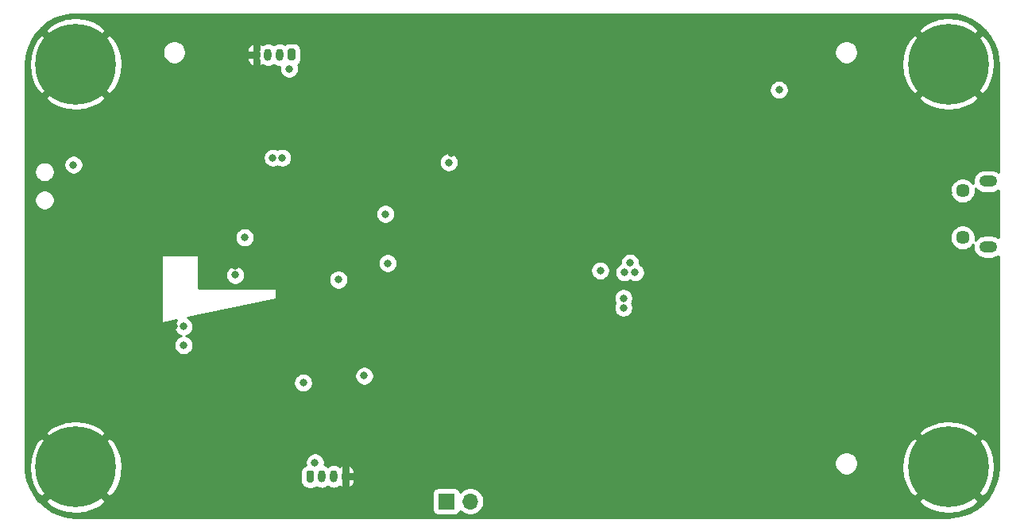
<source format=gbr>
%TF.GenerationSoftware,KiCad,Pcbnew,(5.1.8)-1*%
%TF.CreationDate,2021-03-29T14:59:59+03:00*%
%TF.ProjectId,STM32_PCB,53544d33-325f-4504-9342-2e6b69636164,rev?*%
%TF.SameCoordinates,Original*%
%TF.FileFunction,Copper,L2,Inr*%
%TF.FilePolarity,Positive*%
%FSLAX46Y46*%
G04 Gerber Fmt 4.6, Leading zero omitted, Abs format (unit mm)*
G04 Created by KiCad (PCBNEW (5.1.8)-1) date 2021-03-29 14:59:59*
%MOMM*%
%LPD*%
G01*
G04 APERTURE LIST*
%TA.AperFunction,ComponentPad*%
%ADD10O,1.700000X1.700000*%
%TD*%
%TA.AperFunction,ComponentPad*%
%ADD11R,1.700000X1.700000*%
%TD*%
%TA.AperFunction,ComponentPad*%
%ADD12C,8.600000*%
%TD*%
%TA.AperFunction,ComponentPad*%
%ADD13C,0.900000*%
%TD*%
%TA.AperFunction,ComponentPad*%
%ADD14C,1.450000*%
%TD*%
%TA.AperFunction,ComponentPad*%
%ADD15O,1.900000X1.200000*%
%TD*%
%TA.AperFunction,ComponentPad*%
%ADD16O,0.800000X1.300000*%
%TD*%
%TA.AperFunction,ViaPad*%
%ADD17C,0.800000*%
%TD*%
%TA.AperFunction,Conductor*%
%ADD18C,0.254000*%
%TD*%
%TA.AperFunction,Conductor*%
%ADD19C,0.100000*%
%TD*%
G04 APERTURE END LIST*
D10*
%TO.N,GPIO_0*%
%TO.C,J6*%
X114040000Y-122650000D03*
D11*
%TO.N,TIM1_CH1*%
X111500000Y-122650000D03*
%TD*%
D12*
%TO.N,GND*%
%TO.C,H1*%
X72000000Y-119000000D03*
D13*
X75225000Y-119000000D03*
X74280419Y-121280419D03*
X72000000Y-122225000D03*
X69719581Y-121280419D03*
X68775000Y-119000000D03*
X69719581Y-116719581D03*
X72000000Y-115775000D03*
X74280419Y-116719581D03*
%TD*%
%TO.N,GND*%
%TO.C,H2*%
X167280419Y-116719581D03*
X165000000Y-115775000D03*
X162719581Y-116719581D03*
X161775000Y-119000000D03*
X162719581Y-121280419D03*
X165000000Y-122225000D03*
X167280419Y-121280419D03*
X168225000Y-119000000D03*
D12*
X165000000Y-119000000D03*
%TD*%
D13*
%TO.N,GND*%
%TO.C,H3*%
X74280419Y-73719581D03*
X72000000Y-72775000D03*
X69719581Y-73719581D03*
X68775000Y-76000000D03*
X69719581Y-78280419D03*
X72000000Y-79225000D03*
X74280419Y-78280419D03*
X75225000Y-76000000D03*
D12*
X72000000Y-76000000D03*
%TD*%
%TO.N,GND*%
%TO.C,H4*%
X165000000Y-76000000D03*
D13*
X168225000Y-76000000D03*
X167280419Y-78280419D03*
X165000000Y-79225000D03*
X162719581Y-78280419D03*
X161775000Y-76000000D03*
X162719581Y-73719581D03*
X165000000Y-72775000D03*
X167280419Y-73719581D03*
%TD*%
D14*
%TO.N,Net-(J2-Pad6)*%
%TO.C,J2*%
X166537500Y-94500000D03*
X166537500Y-89500000D03*
D15*
X169237500Y-95500000D03*
X169237500Y-88500000D03*
%TD*%
%TO.N,+3V3*%
%TO.C,J3*%
%TA.AperFunction,ComponentPad*%
G36*
G01*
X95400000Y-74550000D02*
X95400000Y-75450000D01*
G75*
G02*
X95200000Y-75650000I-200000J0D01*
G01*
X94800000Y-75650000D01*
G75*
G02*
X94600000Y-75450000I0J200000D01*
G01*
X94600000Y-74550000D01*
G75*
G02*
X94800000Y-74350000I200000J0D01*
G01*
X95200000Y-74350000D01*
G75*
G02*
X95400000Y-74550000I0J-200000D01*
G01*
G37*
%TD.AperFunction*%
D16*
%TO.N,I2C1_SCL*%
X93750000Y-75000000D03*
%TO.N,I2C_SDA*%
X92500000Y-75000000D03*
%TO.N,GND*%
X91250000Y-75000000D03*
%TD*%
%TO.N,GND*%
%TO.C,J5*%
X100750000Y-120000000D03*
%TO.N,USART3_RX*%
X99500000Y-120000000D03*
%TO.N,USART3_TX*%
X98250000Y-120000000D03*
%TO.N,+3V3*%
%TA.AperFunction,ComponentPad*%
G36*
G01*
X96600000Y-120450000D02*
X96600000Y-119550000D01*
G75*
G02*
X96800000Y-119350000I200000J0D01*
G01*
X97200000Y-119350000D01*
G75*
G02*
X97400000Y-119550000I0J-200000D01*
G01*
X97400000Y-120450000D01*
G75*
G02*
X97200000Y-120650000I-200000J0D01*
G01*
X96800000Y-120650000D01*
G75*
G02*
X96600000Y-120450000I0J200000D01*
G01*
G37*
%TD.AperFunction*%
%TD*%
D17*
%TO.N,+3V3*%
X146950000Y-78750000D03*
X97500000Y-118500000D03*
X94750000Y-76500000D03*
X83500000Y-106000000D03*
X83500000Y-104000000D03*
X89000000Y-98500000D03*
X111750000Y-86500000D03*
X71750000Y-86750000D03*
X93000000Y-86000000D03*
X94000000Y-86000000D03*
X90000000Y-94500000D03*
X105250000Y-97250000D03*
X102750000Y-109250000D03*
X96250000Y-110000000D03*
X127900000Y-98025000D03*
X130375000Y-100975000D03*
X130375000Y-102000000D03*
X130500000Y-98225000D03*
X131625000Y-98225000D03*
X131075000Y-97200000D03*
%TO.N,GND*%
X90000000Y-93250000D03*
X95500000Y-93250000D03*
X107000000Y-94000000D03*
X105250000Y-109000000D03*
X102000000Y-113750000D03*
X82000000Y-115750000D03*
X71750000Y-91250000D03*
X91000000Y-76500000D03*
X112000000Y-81500000D03*
X85500000Y-98250000D03*
X85500000Y-99250000D03*
X83500000Y-96000000D03*
X82500000Y-104000000D03*
X80750000Y-101000000D03*
X80750000Y-102000000D03*
X93750000Y-110000000D03*
X165000000Y-90750000D03*
X165000000Y-89750000D03*
X163750000Y-89750000D03*
X163750000Y-90750000D03*
X158500000Y-91750000D03*
X89000000Y-97500000D03*
X112000000Y-84250000D03*
X112000000Y-85500000D03*
X86000000Y-104000000D03*
X105750000Y-95500000D03*
X127800000Y-103800000D03*
X126825000Y-103800000D03*
X138275000Y-105650000D03*
X139225000Y-105650000D03*
X141575000Y-104825000D03*
X140525000Y-102325000D03*
X147050000Y-87875000D03*
X156075000Y-99050000D03*
X156975000Y-99025000D03*
%TO.N,NRST*%
X100000000Y-99000000D03*
X105000000Y-92000000D03*
%TD*%
D18*
%TO.N,GND*%
X165871797Y-70733902D02*
X166720182Y-70947001D01*
X167522371Y-71295803D01*
X168256818Y-71770938D01*
X168903798Y-72359646D01*
X169445946Y-73046125D01*
X169868692Y-73811928D01*
X170160684Y-74636491D01*
X170316116Y-75509076D01*
X170340000Y-76015547D01*
X170340000Y-87519912D01*
X170276949Y-87468167D01*
X170062401Y-87353489D01*
X169829602Y-87282870D01*
X169648165Y-87265000D01*
X168826835Y-87265000D01*
X168645398Y-87282870D01*
X168412599Y-87353489D01*
X168198051Y-87468167D01*
X168009998Y-87622498D01*
X167855667Y-87810551D01*
X167740989Y-88025099D01*
X167670370Y-88257898D01*
X167646525Y-88500000D01*
X167670370Y-88742102D01*
X167673383Y-88752035D01*
X167593881Y-88633051D01*
X167404449Y-88443619D01*
X167181701Y-88294784D01*
X166934197Y-88192264D01*
X166671448Y-88140000D01*
X166403552Y-88140000D01*
X166140803Y-88192264D01*
X165893299Y-88294784D01*
X165670551Y-88443619D01*
X165481119Y-88633051D01*
X165332284Y-88855799D01*
X165229764Y-89103303D01*
X165177500Y-89366052D01*
X165177500Y-89633948D01*
X165229764Y-89896697D01*
X165332284Y-90144201D01*
X165481119Y-90366949D01*
X165670551Y-90556381D01*
X165893299Y-90705216D01*
X166140803Y-90807736D01*
X166403552Y-90860000D01*
X166671448Y-90860000D01*
X166934197Y-90807736D01*
X167181701Y-90705216D01*
X167404449Y-90556381D01*
X167593881Y-90366949D01*
X167742716Y-90144201D01*
X167845236Y-89896697D01*
X167897500Y-89633948D01*
X167897500Y-89366052D01*
X167864516Y-89200232D01*
X168009998Y-89377502D01*
X168198051Y-89531833D01*
X168412599Y-89646511D01*
X168645398Y-89717130D01*
X168826835Y-89735000D01*
X169648165Y-89735000D01*
X169829602Y-89717130D01*
X170062401Y-89646511D01*
X170276949Y-89531833D01*
X170340000Y-89480088D01*
X170340000Y-94519912D01*
X170276949Y-94468167D01*
X170062401Y-94353489D01*
X169829602Y-94282870D01*
X169648165Y-94265000D01*
X168826835Y-94265000D01*
X168645398Y-94282870D01*
X168412599Y-94353489D01*
X168198051Y-94468167D01*
X168009998Y-94622498D01*
X167864516Y-94799768D01*
X167897500Y-94633948D01*
X167897500Y-94366052D01*
X167845236Y-94103303D01*
X167742716Y-93855799D01*
X167593881Y-93633051D01*
X167404449Y-93443619D01*
X167181701Y-93294784D01*
X166934197Y-93192264D01*
X166671448Y-93140000D01*
X166403552Y-93140000D01*
X166140803Y-93192264D01*
X165893299Y-93294784D01*
X165670551Y-93443619D01*
X165481119Y-93633051D01*
X165332284Y-93855799D01*
X165229764Y-94103303D01*
X165177500Y-94366052D01*
X165177500Y-94633948D01*
X165229764Y-94896697D01*
X165332284Y-95144201D01*
X165481119Y-95366949D01*
X165670551Y-95556381D01*
X165893299Y-95705216D01*
X166140803Y-95807736D01*
X166403552Y-95860000D01*
X166671448Y-95860000D01*
X166934197Y-95807736D01*
X167181701Y-95705216D01*
X167404449Y-95556381D01*
X167593881Y-95366949D01*
X167673383Y-95247965D01*
X167670370Y-95257898D01*
X167646525Y-95500000D01*
X167670370Y-95742102D01*
X167740989Y-95974901D01*
X167855667Y-96189449D01*
X168009998Y-96377502D01*
X168198051Y-96531833D01*
X168412599Y-96646511D01*
X168645398Y-96717130D01*
X168826835Y-96735000D01*
X169648165Y-96735000D01*
X169829602Y-96717130D01*
X170062401Y-96646511D01*
X170276949Y-96531833D01*
X170340000Y-96480088D01*
X170340001Y-118972899D01*
X170266098Y-119871802D01*
X170052999Y-120720180D01*
X169704197Y-121522371D01*
X169229062Y-122256818D01*
X168640354Y-122903799D01*
X167953875Y-123445946D01*
X167188076Y-123868691D01*
X166363514Y-124160683D01*
X165490925Y-124316116D01*
X164984453Y-124340000D01*
X72027089Y-124340000D01*
X71128198Y-124266098D01*
X70279820Y-124052999D01*
X69477629Y-123704197D01*
X68743182Y-123229062D01*
X68096201Y-122640354D01*
X68036716Y-122565032D01*
X68785693Y-122565032D01*
X69289527Y-123152567D01*
X70151735Y-123601564D01*
X71084969Y-123873724D01*
X72053368Y-123958591D01*
X73019716Y-123852901D01*
X73946876Y-123560716D01*
X74710473Y-123152567D01*
X75214307Y-122565032D01*
X72000000Y-119350725D01*
X68785693Y-122565032D01*
X68036716Y-122565032D01*
X67554054Y-121953875D01*
X67131309Y-121188076D01*
X66839317Y-120363514D01*
X66683884Y-119490925D01*
X66663250Y-119053368D01*
X67041409Y-119053368D01*
X67147099Y-120019716D01*
X67439284Y-120946876D01*
X67847433Y-121710473D01*
X68434968Y-122214307D01*
X71649275Y-119000000D01*
X72350725Y-119000000D01*
X75565032Y-122214307D01*
X76048167Y-121800000D01*
X110011928Y-121800000D01*
X110011928Y-123500000D01*
X110024188Y-123624482D01*
X110060498Y-123744180D01*
X110119463Y-123854494D01*
X110198815Y-123951185D01*
X110295506Y-124030537D01*
X110405820Y-124089502D01*
X110525518Y-124125812D01*
X110650000Y-124138072D01*
X112350000Y-124138072D01*
X112474482Y-124125812D01*
X112594180Y-124089502D01*
X112704494Y-124030537D01*
X112801185Y-123951185D01*
X112880537Y-123854494D01*
X112939502Y-123744180D01*
X112961513Y-123671620D01*
X113093368Y-123803475D01*
X113336589Y-123965990D01*
X113606842Y-124077932D01*
X113893740Y-124135000D01*
X114186260Y-124135000D01*
X114473158Y-124077932D01*
X114743411Y-123965990D01*
X114986632Y-123803475D01*
X115193475Y-123596632D01*
X115355990Y-123353411D01*
X115467932Y-123083158D01*
X115525000Y-122796260D01*
X115525000Y-122565032D01*
X161785693Y-122565032D01*
X162289527Y-123152567D01*
X163151735Y-123601564D01*
X164084969Y-123873724D01*
X165053368Y-123958591D01*
X166019716Y-123852901D01*
X166946876Y-123560716D01*
X167710473Y-123152567D01*
X168214307Y-122565032D01*
X165000000Y-119350725D01*
X161785693Y-122565032D01*
X115525000Y-122565032D01*
X115525000Y-122503740D01*
X115467932Y-122216842D01*
X115355990Y-121946589D01*
X115193475Y-121703368D01*
X114986632Y-121496525D01*
X114743411Y-121334010D01*
X114473158Y-121222068D01*
X114186260Y-121165000D01*
X113893740Y-121165000D01*
X113606842Y-121222068D01*
X113336589Y-121334010D01*
X113093368Y-121496525D01*
X112961513Y-121628380D01*
X112939502Y-121555820D01*
X112880537Y-121445506D01*
X112801185Y-121348815D01*
X112704494Y-121269463D01*
X112594180Y-121210498D01*
X112474482Y-121174188D01*
X112350000Y-121161928D01*
X110650000Y-121161928D01*
X110525518Y-121174188D01*
X110405820Y-121210498D01*
X110295506Y-121269463D01*
X110198815Y-121348815D01*
X110119463Y-121445506D01*
X110060498Y-121555820D01*
X110024188Y-121675518D01*
X110011928Y-121800000D01*
X76048167Y-121800000D01*
X76152567Y-121710473D01*
X76601564Y-120848265D01*
X76873724Y-119915031D01*
X76905714Y-119550000D01*
X95961928Y-119550000D01*
X95961928Y-120450000D01*
X95978031Y-120613500D01*
X96025722Y-120770716D01*
X96103169Y-120915608D01*
X96207394Y-121042606D01*
X96334392Y-121146831D01*
X96479284Y-121224278D01*
X96636500Y-121271969D01*
X96800000Y-121288072D01*
X97200000Y-121288072D01*
X97363500Y-121271969D01*
X97520716Y-121224278D01*
X97665608Y-121146831D01*
X97691894Y-121125259D01*
X97852008Y-121210841D01*
X98047106Y-121270024D01*
X98250000Y-121290007D01*
X98452895Y-121270024D01*
X98647993Y-121210841D01*
X98827797Y-121114734D01*
X98875001Y-121075995D01*
X98922204Y-121114734D01*
X99102008Y-121210841D01*
X99297106Y-121270024D01*
X99500000Y-121290007D01*
X99702895Y-121270024D01*
X99897993Y-121210841D01*
X100077797Y-121114734D01*
X100126707Y-121074595D01*
X100139885Y-121086351D01*
X100314772Y-121189308D01*
X100347860Y-121203682D01*
X100502000Y-121090423D01*
X100502000Y-120512310D01*
X100520024Y-120452894D01*
X100535000Y-120300837D01*
X100535000Y-120248000D01*
X100998000Y-120248000D01*
X100998000Y-121090423D01*
X101152140Y-121203682D01*
X101185228Y-121189308D01*
X101360115Y-121086351D01*
X101511556Y-120951253D01*
X101633731Y-120789206D01*
X101721944Y-120606438D01*
X101772806Y-120409972D01*
X101626489Y-120248000D01*
X100998000Y-120248000D01*
X100535000Y-120248000D01*
X100535000Y-119699162D01*
X100520024Y-119547105D01*
X100502000Y-119487689D01*
X100502000Y-118909577D01*
X100998000Y-118909577D01*
X100998000Y-119752000D01*
X101626489Y-119752000D01*
X101772806Y-119590028D01*
X101721944Y-119393562D01*
X101633731Y-119210794D01*
X101511556Y-119048747D01*
X101360115Y-118913649D01*
X101185228Y-118810692D01*
X101152140Y-118796318D01*
X100998000Y-118909577D01*
X100502000Y-118909577D01*
X100347860Y-118796318D01*
X100314772Y-118810692D01*
X100139885Y-118913649D01*
X100126707Y-118925405D01*
X100077797Y-118885266D01*
X99897992Y-118789159D01*
X99702894Y-118729976D01*
X99500000Y-118709993D01*
X99297105Y-118729976D01*
X99102007Y-118789159D01*
X98922203Y-118885266D01*
X98875000Y-118924004D01*
X98827797Y-118885266D01*
X98647992Y-118789159D01*
X98506309Y-118746179D01*
X98535000Y-118601939D01*
X98535000Y-118476890D01*
X152874048Y-118476890D01*
X152874048Y-118723110D01*
X152922083Y-118964598D01*
X153016307Y-119192074D01*
X153153099Y-119396798D01*
X153327202Y-119570901D01*
X153531926Y-119707693D01*
X153759402Y-119801917D01*
X154000890Y-119849952D01*
X154247110Y-119849952D01*
X154488598Y-119801917D01*
X154716074Y-119707693D01*
X154920798Y-119570901D01*
X155094901Y-119396798D01*
X155231693Y-119192074D01*
X155289147Y-119053368D01*
X160041409Y-119053368D01*
X160147099Y-120019716D01*
X160439284Y-120946876D01*
X160847433Y-121710473D01*
X161434968Y-122214307D01*
X164649275Y-119000000D01*
X165350725Y-119000000D01*
X168565032Y-122214307D01*
X169152567Y-121710473D01*
X169601564Y-120848265D01*
X169873724Y-119915031D01*
X169958591Y-118946632D01*
X169852901Y-117980284D01*
X169560716Y-117053124D01*
X169152567Y-116289527D01*
X168565032Y-115785693D01*
X165350725Y-119000000D01*
X164649275Y-119000000D01*
X161434968Y-115785693D01*
X160847433Y-116289527D01*
X160398436Y-117151735D01*
X160126276Y-118084969D01*
X160041409Y-119053368D01*
X155289147Y-119053368D01*
X155325917Y-118964598D01*
X155373952Y-118723110D01*
X155373952Y-118476890D01*
X155325917Y-118235402D01*
X155231693Y-118007926D01*
X155094901Y-117803202D01*
X154920798Y-117629099D01*
X154716074Y-117492307D01*
X154488598Y-117398083D01*
X154247110Y-117350048D01*
X154000890Y-117350048D01*
X153759402Y-117398083D01*
X153531926Y-117492307D01*
X153327202Y-117629099D01*
X153153099Y-117803202D01*
X153016307Y-118007926D01*
X152922083Y-118235402D01*
X152874048Y-118476890D01*
X98535000Y-118476890D01*
X98535000Y-118398061D01*
X98495226Y-118198102D01*
X98417205Y-118009744D01*
X98303937Y-117840226D01*
X98159774Y-117696063D01*
X97990256Y-117582795D01*
X97801898Y-117504774D01*
X97601939Y-117465000D01*
X97398061Y-117465000D01*
X97198102Y-117504774D01*
X97009744Y-117582795D01*
X96840226Y-117696063D01*
X96696063Y-117840226D01*
X96582795Y-118009744D01*
X96504774Y-118198102D01*
X96465000Y-118398061D01*
X96465000Y-118601939D01*
X96498413Y-118769919D01*
X96479284Y-118775722D01*
X96334392Y-118853169D01*
X96207394Y-118957394D01*
X96103169Y-119084392D01*
X96025722Y-119229284D01*
X95978031Y-119386500D01*
X95961928Y-119550000D01*
X76905714Y-119550000D01*
X76958591Y-118946632D01*
X76852901Y-117980284D01*
X76560716Y-117053124D01*
X76152567Y-116289527D01*
X75565032Y-115785693D01*
X72350725Y-119000000D01*
X71649275Y-119000000D01*
X68434968Y-115785693D01*
X67847433Y-116289527D01*
X67398436Y-117151735D01*
X67126276Y-118084969D01*
X67041409Y-119053368D01*
X66663250Y-119053368D01*
X66660000Y-118984453D01*
X66660000Y-115434968D01*
X68785693Y-115434968D01*
X72000000Y-118649275D01*
X75214307Y-115434968D01*
X161785693Y-115434968D01*
X165000000Y-118649275D01*
X168214307Y-115434968D01*
X167710473Y-114847433D01*
X166848265Y-114398436D01*
X165915031Y-114126276D01*
X164946632Y-114041409D01*
X163980284Y-114147099D01*
X163053124Y-114439284D01*
X162289527Y-114847433D01*
X161785693Y-115434968D01*
X75214307Y-115434968D01*
X74710473Y-114847433D01*
X73848265Y-114398436D01*
X72915031Y-114126276D01*
X71946632Y-114041409D01*
X70980284Y-114147099D01*
X70053124Y-114439284D01*
X69289527Y-114847433D01*
X68785693Y-115434968D01*
X66660000Y-115434968D01*
X66660000Y-109898061D01*
X95215000Y-109898061D01*
X95215000Y-110101939D01*
X95254774Y-110301898D01*
X95332795Y-110490256D01*
X95446063Y-110659774D01*
X95590226Y-110803937D01*
X95759744Y-110917205D01*
X95948102Y-110995226D01*
X96148061Y-111035000D01*
X96351939Y-111035000D01*
X96551898Y-110995226D01*
X96740256Y-110917205D01*
X96909774Y-110803937D01*
X97053937Y-110659774D01*
X97167205Y-110490256D01*
X97245226Y-110301898D01*
X97285000Y-110101939D01*
X97285000Y-109898061D01*
X97245226Y-109698102D01*
X97167205Y-109509744D01*
X97053937Y-109340226D01*
X96909774Y-109196063D01*
X96837934Y-109148061D01*
X101715000Y-109148061D01*
X101715000Y-109351939D01*
X101754774Y-109551898D01*
X101832795Y-109740256D01*
X101946063Y-109909774D01*
X102090226Y-110053937D01*
X102259744Y-110167205D01*
X102448102Y-110245226D01*
X102648061Y-110285000D01*
X102851939Y-110285000D01*
X103051898Y-110245226D01*
X103240256Y-110167205D01*
X103409774Y-110053937D01*
X103553937Y-109909774D01*
X103667205Y-109740256D01*
X103745226Y-109551898D01*
X103785000Y-109351939D01*
X103785000Y-109148061D01*
X103745226Y-108948102D01*
X103667205Y-108759744D01*
X103553937Y-108590226D01*
X103409774Y-108446063D01*
X103240256Y-108332795D01*
X103051898Y-108254774D01*
X102851939Y-108215000D01*
X102648061Y-108215000D01*
X102448102Y-108254774D01*
X102259744Y-108332795D01*
X102090226Y-108446063D01*
X101946063Y-108590226D01*
X101832795Y-108759744D01*
X101754774Y-108948102D01*
X101715000Y-109148061D01*
X96837934Y-109148061D01*
X96740256Y-109082795D01*
X96551898Y-109004774D01*
X96351939Y-108965000D01*
X96148061Y-108965000D01*
X95948102Y-109004774D01*
X95759744Y-109082795D01*
X95590226Y-109196063D01*
X95446063Y-109340226D01*
X95332795Y-109509744D01*
X95254774Y-109698102D01*
X95215000Y-109898061D01*
X66660000Y-109898061D01*
X66660000Y-96500000D01*
X81123000Y-96500000D01*
X81123000Y-103500000D01*
X81125669Y-103525902D01*
X81133112Y-103549660D01*
X81145046Y-103571510D01*
X81161013Y-103590611D01*
X81180401Y-103606231D01*
X81202463Y-103617768D01*
X81226351Y-103624779D01*
X81251149Y-103626995D01*
X81275902Y-103624331D01*
X82710920Y-103325369D01*
X82696063Y-103340226D01*
X82582795Y-103509744D01*
X82504774Y-103698102D01*
X82465000Y-103898061D01*
X82465000Y-104101939D01*
X82504774Y-104301898D01*
X82582795Y-104490256D01*
X82696063Y-104659774D01*
X82840226Y-104803937D01*
X83009744Y-104917205D01*
X83198102Y-104995226D01*
X83222103Y-105000000D01*
X83198102Y-105004774D01*
X83009744Y-105082795D01*
X82840226Y-105196063D01*
X82696063Y-105340226D01*
X82582795Y-105509744D01*
X82504774Y-105698102D01*
X82465000Y-105898061D01*
X82465000Y-106101939D01*
X82504774Y-106301898D01*
X82582795Y-106490256D01*
X82696063Y-106659774D01*
X82840226Y-106803937D01*
X83009744Y-106917205D01*
X83198102Y-106995226D01*
X83398061Y-107035000D01*
X83601939Y-107035000D01*
X83801898Y-106995226D01*
X83990256Y-106917205D01*
X84159774Y-106803937D01*
X84303937Y-106659774D01*
X84417205Y-106490256D01*
X84495226Y-106301898D01*
X84535000Y-106101939D01*
X84535000Y-105898061D01*
X84495226Y-105698102D01*
X84417205Y-105509744D01*
X84303937Y-105340226D01*
X84159774Y-105196063D01*
X83990256Y-105082795D01*
X83801898Y-105004774D01*
X83777897Y-105000000D01*
X83801898Y-104995226D01*
X83990256Y-104917205D01*
X84159774Y-104803937D01*
X84303937Y-104659774D01*
X84417205Y-104490256D01*
X84495226Y-104301898D01*
X84535000Y-104101939D01*
X84535000Y-103898061D01*
X84495226Y-103698102D01*
X84417205Y-103509744D01*
X84303937Y-103340226D01*
X84159774Y-103196063D01*
X83990256Y-103082795D01*
X83951778Y-103066857D01*
X93275902Y-101124331D01*
X93298601Y-101117333D01*
X93320557Y-101105597D01*
X93339803Y-101089803D01*
X93355597Y-101070557D01*
X93367333Y-101048601D01*
X93374560Y-101024776D01*
X93377000Y-101000000D01*
X93377000Y-100873061D01*
X129340000Y-100873061D01*
X129340000Y-101076939D01*
X129379774Y-101276898D01*
X129457795Y-101465256D01*
X129472658Y-101487500D01*
X129457795Y-101509744D01*
X129379774Y-101698102D01*
X129340000Y-101898061D01*
X129340000Y-102101939D01*
X129379774Y-102301898D01*
X129457795Y-102490256D01*
X129571063Y-102659774D01*
X129715226Y-102803937D01*
X129884744Y-102917205D01*
X130073102Y-102995226D01*
X130273061Y-103035000D01*
X130476939Y-103035000D01*
X130676898Y-102995226D01*
X130865256Y-102917205D01*
X131034774Y-102803937D01*
X131178937Y-102659774D01*
X131292205Y-102490256D01*
X131370226Y-102301898D01*
X131410000Y-102101939D01*
X131410000Y-101898061D01*
X131370226Y-101698102D01*
X131292205Y-101509744D01*
X131277342Y-101487500D01*
X131292205Y-101465256D01*
X131370226Y-101276898D01*
X131410000Y-101076939D01*
X131410000Y-100873061D01*
X131370226Y-100673102D01*
X131292205Y-100484744D01*
X131178937Y-100315226D01*
X131034774Y-100171063D01*
X130865256Y-100057795D01*
X130676898Y-99979774D01*
X130476939Y-99940000D01*
X130273061Y-99940000D01*
X130073102Y-99979774D01*
X129884744Y-100057795D01*
X129715226Y-100171063D01*
X129571063Y-100315226D01*
X129457795Y-100484744D01*
X129379774Y-100673102D01*
X129340000Y-100873061D01*
X93377000Y-100873061D01*
X93377000Y-100000000D01*
X93374560Y-99975224D01*
X93367333Y-99951399D01*
X93355597Y-99929443D01*
X93339803Y-99910197D01*
X93320557Y-99894403D01*
X93298601Y-99882667D01*
X93274776Y-99875440D01*
X93250000Y-99873000D01*
X85127000Y-99873000D01*
X85127000Y-98398061D01*
X87965000Y-98398061D01*
X87965000Y-98601939D01*
X88004774Y-98801898D01*
X88082795Y-98990256D01*
X88196063Y-99159774D01*
X88340226Y-99303937D01*
X88509744Y-99417205D01*
X88698102Y-99495226D01*
X88898061Y-99535000D01*
X89101939Y-99535000D01*
X89301898Y-99495226D01*
X89490256Y-99417205D01*
X89659774Y-99303937D01*
X89803937Y-99159774D01*
X89917205Y-98990256D01*
X89955393Y-98898061D01*
X98965000Y-98898061D01*
X98965000Y-99101939D01*
X99004774Y-99301898D01*
X99082795Y-99490256D01*
X99196063Y-99659774D01*
X99340226Y-99803937D01*
X99509744Y-99917205D01*
X99698102Y-99995226D01*
X99898061Y-100035000D01*
X100101939Y-100035000D01*
X100301898Y-99995226D01*
X100490256Y-99917205D01*
X100659774Y-99803937D01*
X100803937Y-99659774D01*
X100917205Y-99490256D01*
X100995226Y-99301898D01*
X101035000Y-99101939D01*
X101035000Y-98898061D01*
X100995226Y-98698102D01*
X100917205Y-98509744D01*
X100803937Y-98340226D01*
X100659774Y-98196063D01*
X100490256Y-98082795D01*
X100301898Y-98004774D01*
X100101939Y-97965000D01*
X99898061Y-97965000D01*
X99698102Y-98004774D01*
X99509744Y-98082795D01*
X99340226Y-98196063D01*
X99196063Y-98340226D01*
X99082795Y-98509744D01*
X99004774Y-98698102D01*
X98965000Y-98898061D01*
X89955393Y-98898061D01*
X89995226Y-98801898D01*
X90035000Y-98601939D01*
X90035000Y-98398061D01*
X89995226Y-98198102D01*
X89917205Y-98009744D01*
X89803937Y-97840226D01*
X89659774Y-97696063D01*
X89490256Y-97582795D01*
X89301898Y-97504774D01*
X89101939Y-97465000D01*
X88898061Y-97465000D01*
X88698102Y-97504774D01*
X88509744Y-97582795D01*
X88340226Y-97696063D01*
X88196063Y-97840226D01*
X88082795Y-98009744D01*
X88004774Y-98198102D01*
X87965000Y-98398061D01*
X85127000Y-98398061D01*
X85127000Y-97148061D01*
X104215000Y-97148061D01*
X104215000Y-97351939D01*
X104254774Y-97551898D01*
X104332795Y-97740256D01*
X104446063Y-97909774D01*
X104590226Y-98053937D01*
X104759744Y-98167205D01*
X104948102Y-98245226D01*
X105148061Y-98285000D01*
X105351939Y-98285000D01*
X105551898Y-98245226D01*
X105740256Y-98167205D01*
X105909774Y-98053937D01*
X106040650Y-97923061D01*
X126865000Y-97923061D01*
X126865000Y-98126939D01*
X126904774Y-98326898D01*
X126982795Y-98515256D01*
X127096063Y-98684774D01*
X127240226Y-98828937D01*
X127409744Y-98942205D01*
X127598102Y-99020226D01*
X127798061Y-99060000D01*
X128001939Y-99060000D01*
X128201898Y-99020226D01*
X128390256Y-98942205D01*
X128559774Y-98828937D01*
X128703937Y-98684774D01*
X128817205Y-98515256D01*
X128895226Y-98326898D01*
X128935000Y-98126939D01*
X128935000Y-98123061D01*
X129465000Y-98123061D01*
X129465000Y-98326939D01*
X129504774Y-98526898D01*
X129582795Y-98715256D01*
X129696063Y-98884774D01*
X129840226Y-99028937D01*
X130009744Y-99142205D01*
X130198102Y-99220226D01*
X130398061Y-99260000D01*
X130601939Y-99260000D01*
X130801898Y-99220226D01*
X130990256Y-99142205D01*
X131062500Y-99093933D01*
X131134744Y-99142205D01*
X131323102Y-99220226D01*
X131523061Y-99260000D01*
X131726939Y-99260000D01*
X131926898Y-99220226D01*
X132115256Y-99142205D01*
X132284774Y-99028937D01*
X132428937Y-98884774D01*
X132542205Y-98715256D01*
X132620226Y-98526898D01*
X132660000Y-98326939D01*
X132660000Y-98123061D01*
X132620226Y-97923102D01*
X132542205Y-97734744D01*
X132428937Y-97565226D01*
X132284774Y-97421063D01*
X132115256Y-97307795D01*
X132109324Y-97305338D01*
X132110000Y-97301939D01*
X132110000Y-97098061D01*
X132070226Y-96898102D01*
X131992205Y-96709744D01*
X131878937Y-96540226D01*
X131734774Y-96396063D01*
X131565256Y-96282795D01*
X131376898Y-96204774D01*
X131176939Y-96165000D01*
X130973061Y-96165000D01*
X130773102Y-96204774D01*
X130584744Y-96282795D01*
X130415226Y-96396063D01*
X130271063Y-96540226D01*
X130157795Y-96709744D01*
X130079774Y-96898102D01*
X130040000Y-97098061D01*
X130040000Y-97295262D01*
X130009744Y-97307795D01*
X129840226Y-97421063D01*
X129696063Y-97565226D01*
X129582795Y-97734744D01*
X129504774Y-97923102D01*
X129465000Y-98123061D01*
X128935000Y-98123061D01*
X128935000Y-97923061D01*
X128895226Y-97723102D01*
X128817205Y-97534744D01*
X128703937Y-97365226D01*
X128559774Y-97221063D01*
X128390256Y-97107795D01*
X128201898Y-97029774D01*
X128001939Y-96990000D01*
X127798061Y-96990000D01*
X127598102Y-97029774D01*
X127409744Y-97107795D01*
X127240226Y-97221063D01*
X127096063Y-97365226D01*
X126982795Y-97534744D01*
X126904774Y-97723102D01*
X126865000Y-97923061D01*
X106040650Y-97923061D01*
X106053937Y-97909774D01*
X106167205Y-97740256D01*
X106245226Y-97551898D01*
X106285000Y-97351939D01*
X106285000Y-97148061D01*
X106245226Y-96948102D01*
X106167205Y-96759744D01*
X106053937Y-96590226D01*
X105909774Y-96446063D01*
X105740256Y-96332795D01*
X105551898Y-96254774D01*
X105351939Y-96215000D01*
X105148061Y-96215000D01*
X104948102Y-96254774D01*
X104759744Y-96332795D01*
X104590226Y-96446063D01*
X104446063Y-96590226D01*
X104332795Y-96759744D01*
X104254774Y-96948102D01*
X104215000Y-97148061D01*
X85127000Y-97148061D01*
X85127000Y-96500000D01*
X85124560Y-96475224D01*
X85117333Y-96451399D01*
X85105597Y-96429443D01*
X85089803Y-96410197D01*
X85070557Y-96394403D01*
X85048601Y-96382667D01*
X85024776Y-96375440D01*
X85000000Y-96373000D01*
X81250000Y-96373000D01*
X81225224Y-96375440D01*
X81201399Y-96382667D01*
X81179443Y-96394403D01*
X81160197Y-96410197D01*
X81144403Y-96429443D01*
X81132667Y-96451399D01*
X81125440Y-96475224D01*
X81123000Y-96500000D01*
X66660000Y-96500000D01*
X66660000Y-94398061D01*
X88965000Y-94398061D01*
X88965000Y-94601939D01*
X89004774Y-94801898D01*
X89082795Y-94990256D01*
X89196063Y-95159774D01*
X89340226Y-95303937D01*
X89509744Y-95417205D01*
X89698102Y-95495226D01*
X89898061Y-95535000D01*
X90101939Y-95535000D01*
X90301898Y-95495226D01*
X90490256Y-95417205D01*
X90659774Y-95303937D01*
X90803937Y-95159774D01*
X90917205Y-94990256D01*
X90995226Y-94801898D01*
X91035000Y-94601939D01*
X91035000Y-94398061D01*
X90995226Y-94198102D01*
X90917205Y-94009744D01*
X90803937Y-93840226D01*
X90659774Y-93696063D01*
X90490256Y-93582795D01*
X90301898Y-93504774D01*
X90101939Y-93465000D01*
X89898061Y-93465000D01*
X89698102Y-93504774D01*
X89509744Y-93582795D01*
X89340226Y-93696063D01*
X89196063Y-93840226D01*
X89082795Y-94009744D01*
X89004774Y-94198102D01*
X88965000Y-94398061D01*
X66660000Y-94398061D01*
X66660000Y-91898061D01*
X103965000Y-91898061D01*
X103965000Y-92101939D01*
X104004774Y-92301898D01*
X104082795Y-92490256D01*
X104196063Y-92659774D01*
X104340226Y-92803937D01*
X104509744Y-92917205D01*
X104698102Y-92995226D01*
X104898061Y-93035000D01*
X105101939Y-93035000D01*
X105301898Y-92995226D01*
X105490256Y-92917205D01*
X105659774Y-92803937D01*
X105803937Y-92659774D01*
X105917205Y-92490256D01*
X105995226Y-92301898D01*
X106035000Y-92101939D01*
X106035000Y-91898061D01*
X105995226Y-91698102D01*
X105917205Y-91509744D01*
X105803937Y-91340226D01*
X105659774Y-91196063D01*
X105490256Y-91082795D01*
X105301898Y-91004774D01*
X105101939Y-90965000D01*
X104898061Y-90965000D01*
X104698102Y-91004774D01*
X104509744Y-91082795D01*
X104340226Y-91196063D01*
X104196063Y-91340226D01*
X104082795Y-91509744D01*
X104004774Y-91698102D01*
X103965000Y-91898061D01*
X66660000Y-91898061D01*
X66660000Y-90393137D01*
X67585000Y-90393137D01*
X67585000Y-90606863D01*
X67626696Y-90816483D01*
X67708485Y-91013940D01*
X67827225Y-91191647D01*
X67978353Y-91342775D01*
X68156060Y-91461515D01*
X68353517Y-91543304D01*
X68563137Y-91585000D01*
X68776863Y-91585000D01*
X68986483Y-91543304D01*
X69183940Y-91461515D01*
X69361647Y-91342775D01*
X69512775Y-91191647D01*
X69631515Y-91013940D01*
X69713304Y-90816483D01*
X69755000Y-90606863D01*
X69755000Y-90393137D01*
X69713304Y-90183517D01*
X69631515Y-89986060D01*
X69512775Y-89808353D01*
X69361647Y-89657225D01*
X69183940Y-89538485D01*
X68986483Y-89456696D01*
X68776863Y-89415000D01*
X68563137Y-89415000D01*
X68353517Y-89456696D01*
X68156060Y-89538485D01*
X67978353Y-89657225D01*
X67827225Y-89808353D01*
X67708485Y-89986060D01*
X67626696Y-90183517D01*
X67585000Y-90393137D01*
X66660000Y-90393137D01*
X66660000Y-87393137D01*
X67585000Y-87393137D01*
X67585000Y-87606863D01*
X67626696Y-87816483D01*
X67708485Y-88013940D01*
X67827225Y-88191647D01*
X67978353Y-88342775D01*
X68156060Y-88461515D01*
X68353517Y-88543304D01*
X68563137Y-88585000D01*
X68776863Y-88585000D01*
X68986483Y-88543304D01*
X69183940Y-88461515D01*
X69361647Y-88342775D01*
X69512775Y-88191647D01*
X69631515Y-88013940D01*
X69713304Y-87816483D01*
X69755000Y-87606863D01*
X69755000Y-87393137D01*
X69713304Y-87183517D01*
X69631515Y-86986060D01*
X69512775Y-86808353D01*
X69361647Y-86657225D01*
X69347933Y-86648061D01*
X70715000Y-86648061D01*
X70715000Y-86851939D01*
X70754774Y-87051898D01*
X70832795Y-87240256D01*
X70946063Y-87409774D01*
X71090226Y-87553937D01*
X71259744Y-87667205D01*
X71448102Y-87745226D01*
X71648061Y-87785000D01*
X71851939Y-87785000D01*
X72051898Y-87745226D01*
X72240256Y-87667205D01*
X72409774Y-87553937D01*
X72553937Y-87409774D01*
X72667205Y-87240256D01*
X72745226Y-87051898D01*
X72785000Y-86851939D01*
X72785000Y-86648061D01*
X72745226Y-86448102D01*
X72667205Y-86259744D01*
X72553937Y-86090226D01*
X72409774Y-85946063D01*
X72337934Y-85898061D01*
X91965000Y-85898061D01*
X91965000Y-86101939D01*
X92004774Y-86301898D01*
X92082795Y-86490256D01*
X92196063Y-86659774D01*
X92340226Y-86803937D01*
X92509744Y-86917205D01*
X92698102Y-86995226D01*
X92898061Y-87035000D01*
X93101939Y-87035000D01*
X93301898Y-86995226D01*
X93490256Y-86917205D01*
X93500000Y-86910694D01*
X93509744Y-86917205D01*
X93698102Y-86995226D01*
X93898061Y-87035000D01*
X94101939Y-87035000D01*
X94301898Y-86995226D01*
X94490256Y-86917205D01*
X94659774Y-86803937D01*
X94803937Y-86659774D01*
X94917205Y-86490256D01*
X94955393Y-86398061D01*
X110715000Y-86398061D01*
X110715000Y-86601939D01*
X110754774Y-86801898D01*
X110832795Y-86990256D01*
X110946063Y-87159774D01*
X111090226Y-87303937D01*
X111259744Y-87417205D01*
X111448102Y-87495226D01*
X111648061Y-87535000D01*
X111851939Y-87535000D01*
X112051898Y-87495226D01*
X112240256Y-87417205D01*
X112409774Y-87303937D01*
X112553937Y-87159774D01*
X112667205Y-86990256D01*
X112745226Y-86801898D01*
X112785000Y-86601939D01*
X112785000Y-86398061D01*
X112745226Y-86198102D01*
X112667205Y-86009744D01*
X112553937Y-85840226D01*
X112409774Y-85696063D01*
X112240256Y-85582795D01*
X112051898Y-85504774D01*
X111851939Y-85465000D01*
X111648061Y-85465000D01*
X111448102Y-85504774D01*
X111259744Y-85582795D01*
X111090226Y-85696063D01*
X110946063Y-85840226D01*
X110832795Y-86009744D01*
X110754774Y-86198102D01*
X110715000Y-86398061D01*
X94955393Y-86398061D01*
X94995226Y-86301898D01*
X95035000Y-86101939D01*
X95035000Y-85898061D01*
X94995226Y-85698102D01*
X94917205Y-85509744D01*
X94803937Y-85340226D01*
X94659774Y-85196063D01*
X94490256Y-85082795D01*
X94301898Y-85004774D01*
X94101939Y-84965000D01*
X93898061Y-84965000D01*
X93698102Y-85004774D01*
X93509744Y-85082795D01*
X93500000Y-85089306D01*
X93490256Y-85082795D01*
X93301898Y-85004774D01*
X93101939Y-84965000D01*
X92898061Y-84965000D01*
X92698102Y-85004774D01*
X92509744Y-85082795D01*
X92340226Y-85196063D01*
X92196063Y-85340226D01*
X92082795Y-85509744D01*
X92004774Y-85698102D01*
X91965000Y-85898061D01*
X72337934Y-85898061D01*
X72240256Y-85832795D01*
X72051898Y-85754774D01*
X71851939Y-85715000D01*
X71648061Y-85715000D01*
X71448102Y-85754774D01*
X71259744Y-85832795D01*
X71090226Y-85946063D01*
X70946063Y-86090226D01*
X70832795Y-86259744D01*
X70754774Y-86448102D01*
X70715000Y-86648061D01*
X69347933Y-86648061D01*
X69183940Y-86538485D01*
X68986483Y-86456696D01*
X68776863Y-86415000D01*
X68563137Y-86415000D01*
X68353517Y-86456696D01*
X68156060Y-86538485D01*
X67978353Y-86657225D01*
X67827225Y-86808353D01*
X67708485Y-86986060D01*
X67626696Y-87183517D01*
X67585000Y-87393137D01*
X66660000Y-87393137D01*
X66660000Y-79565032D01*
X68785693Y-79565032D01*
X69289527Y-80152567D01*
X70151735Y-80601564D01*
X71084969Y-80873724D01*
X72053368Y-80958591D01*
X73019716Y-80852901D01*
X73946876Y-80560716D01*
X74710473Y-80152567D01*
X75214307Y-79565032D01*
X72000000Y-76350725D01*
X68785693Y-79565032D01*
X66660000Y-79565032D01*
X66660000Y-76053368D01*
X67041409Y-76053368D01*
X67147099Y-77019716D01*
X67439284Y-77946876D01*
X67847433Y-78710473D01*
X68434968Y-79214307D01*
X71649275Y-76000000D01*
X72350725Y-76000000D01*
X75565032Y-79214307D01*
X76152567Y-78710473D01*
X76185068Y-78648061D01*
X145915000Y-78648061D01*
X145915000Y-78851939D01*
X145954774Y-79051898D01*
X146032795Y-79240256D01*
X146146063Y-79409774D01*
X146290226Y-79553937D01*
X146459744Y-79667205D01*
X146648102Y-79745226D01*
X146848061Y-79785000D01*
X147051939Y-79785000D01*
X147251898Y-79745226D01*
X147440256Y-79667205D01*
X147593169Y-79565032D01*
X161785693Y-79565032D01*
X162289527Y-80152567D01*
X163151735Y-80601564D01*
X164084969Y-80873724D01*
X165053368Y-80958591D01*
X166019716Y-80852901D01*
X166946876Y-80560716D01*
X167710473Y-80152567D01*
X168214307Y-79565032D01*
X165000000Y-76350725D01*
X161785693Y-79565032D01*
X147593169Y-79565032D01*
X147609774Y-79553937D01*
X147753937Y-79409774D01*
X147867205Y-79240256D01*
X147945226Y-79051898D01*
X147985000Y-78851939D01*
X147985000Y-78648061D01*
X147945226Y-78448102D01*
X147867205Y-78259744D01*
X147753937Y-78090226D01*
X147609774Y-77946063D01*
X147440256Y-77832795D01*
X147251898Y-77754774D01*
X147051939Y-77715000D01*
X146848061Y-77715000D01*
X146648102Y-77754774D01*
X146459744Y-77832795D01*
X146290226Y-77946063D01*
X146146063Y-78090226D01*
X146032795Y-78259744D01*
X145954774Y-78448102D01*
X145915000Y-78648061D01*
X76185068Y-78648061D01*
X76601564Y-77848265D01*
X76873724Y-76915031D01*
X76958591Y-75946632D01*
X76852901Y-74980284D01*
X76741533Y-74626890D01*
X81250048Y-74626890D01*
X81250048Y-74873110D01*
X81298083Y-75114598D01*
X81392307Y-75342074D01*
X81529099Y-75546798D01*
X81703202Y-75720901D01*
X81907926Y-75857693D01*
X82135402Y-75951917D01*
X82376890Y-75999952D01*
X82623110Y-75999952D01*
X82864598Y-75951917D01*
X83092074Y-75857693D01*
X83296798Y-75720901D01*
X83470901Y-75546798D01*
X83562325Y-75409972D01*
X90227194Y-75409972D01*
X90278056Y-75606438D01*
X90366269Y-75789206D01*
X90488444Y-75951253D01*
X90639885Y-76086351D01*
X90814772Y-76189308D01*
X90847860Y-76203682D01*
X91002000Y-76090423D01*
X91002000Y-75248000D01*
X90373511Y-75248000D01*
X90227194Y-75409972D01*
X83562325Y-75409972D01*
X83607693Y-75342074D01*
X83701917Y-75114598D01*
X83749952Y-74873110D01*
X83749952Y-74626890D01*
X83742620Y-74590028D01*
X90227194Y-74590028D01*
X90373511Y-74752000D01*
X91002000Y-74752000D01*
X91002000Y-74699162D01*
X91465000Y-74699162D01*
X91465000Y-75300837D01*
X91479976Y-75452894D01*
X91498000Y-75512310D01*
X91498000Y-76090423D01*
X91652140Y-76203682D01*
X91685228Y-76189308D01*
X91860115Y-76086351D01*
X91873293Y-76074595D01*
X91922203Y-76114734D01*
X92102007Y-76210841D01*
X92297105Y-76270024D01*
X92500000Y-76290007D01*
X92702894Y-76270024D01*
X92897992Y-76210841D01*
X93077797Y-76114734D01*
X93125000Y-76075996D01*
X93172203Y-76114734D01*
X93352007Y-76210841D01*
X93547105Y-76270024D01*
X93736753Y-76288702D01*
X93715000Y-76398061D01*
X93715000Y-76601939D01*
X93754774Y-76801898D01*
X93832795Y-76990256D01*
X93946063Y-77159774D01*
X94090226Y-77303937D01*
X94259744Y-77417205D01*
X94448102Y-77495226D01*
X94648061Y-77535000D01*
X94851939Y-77535000D01*
X95051898Y-77495226D01*
X95240256Y-77417205D01*
X95409774Y-77303937D01*
X95553937Y-77159774D01*
X95667205Y-76990256D01*
X95745226Y-76801898D01*
X95785000Y-76601939D01*
X95785000Y-76398061D01*
X95745226Y-76198102D01*
X95709178Y-76111074D01*
X95779492Y-76053368D01*
X160041409Y-76053368D01*
X160147099Y-77019716D01*
X160439284Y-77946876D01*
X160847433Y-78710473D01*
X161434968Y-79214307D01*
X164649275Y-76000000D01*
X165350725Y-76000000D01*
X168565032Y-79214307D01*
X169152567Y-78710473D01*
X169601564Y-77848265D01*
X169873724Y-76915031D01*
X169958591Y-75946632D01*
X169852901Y-74980284D01*
X169560716Y-74053124D01*
X169152567Y-73289527D01*
X168565032Y-72785693D01*
X165350725Y-76000000D01*
X164649275Y-76000000D01*
X161434968Y-72785693D01*
X160847433Y-73289527D01*
X160398436Y-74151735D01*
X160126276Y-75084969D01*
X160041409Y-76053368D01*
X95779492Y-76053368D01*
X95792606Y-76042606D01*
X95896831Y-75915608D01*
X95974278Y-75770716D01*
X96021969Y-75613500D01*
X96038072Y-75450000D01*
X96038072Y-74626890D01*
X152874048Y-74626890D01*
X152874048Y-74873110D01*
X152922083Y-75114598D01*
X153016307Y-75342074D01*
X153153099Y-75546798D01*
X153327202Y-75720901D01*
X153531926Y-75857693D01*
X153759402Y-75951917D01*
X154000890Y-75999952D01*
X154247110Y-75999952D01*
X154488598Y-75951917D01*
X154716074Y-75857693D01*
X154920798Y-75720901D01*
X155094901Y-75546798D01*
X155231693Y-75342074D01*
X155325917Y-75114598D01*
X155373952Y-74873110D01*
X155373952Y-74626890D01*
X155325917Y-74385402D01*
X155231693Y-74157926D01*
X155094901Y-73953202D01*
X154920798Y-73779099D01*
X154716074Y-73642307D01*
X154488598Y-73548083D01*
X154247110Y-73500048D01*
X154000890Y-73500048D01*
X153759402Y-73548083D01*
X153531926Y-73642307D01*
X153327202Y-73779099D01*
X153153099Y-73953202D01*
X153016307Y-74157926D01*
X152922083Y-74385402D01*
X152874048Y-74626890D01*
X96038072Y-74626890D01*
X96038072Y-74550000D01*
X96021969Y-74386500D01*
X95974278Y-74229284D01*
X95896831Y-74084392D01*
X95792606Y-73957394D01*
X95665608Y-73853169D01*
X95520716Y-73775722D01*
X95363500Y-73728031D01*
X95200000Y-73711928D01*
X94800000Y-73711928D01*
X94636500Y-73728031D01*
X94479284Y-73775722D01*
X94334392Y-73853169D01*
X94308106Y-73874741D01*
X94147993Y-73789159D01*
X93952895Y-73729976D01*
X93750000Y-73709993D01*
X93547106Y-73729976D01*
X93352008Y-73789159D01*
X93172204Y-73885266D01*
X93125000Y-73924005D01*
X93077797Y-73885266D01*
X92897993Y-73789159D01*
X92702895Y-73729976D01*
X92500000Y-73709993D01*
X92297106Y-73729976D01*
X92102008Y-73789159D01*
X91922204Y-73885266D01*
X91873294Y-73925406D01*
X91860115Y-73913649D01*
X91685228Y-73810692D01*
X91652140Y-73796318D01*
X91498000Y-73909577D01*
X91498000Y-74487689D01*
X91479976Y-74547105D01*
X91465000Y-74699162D01*
X91002000Y-74699162D01*
X91002000Y-73909577D01*
X90847860Y-73796318D01*
X90814772Y-73810692D01*
X90639885Y-73913649D01*
X90488444Y-74048747D01*
X90366269Y-74210794D01*
X90278056Y-74393562D01*
X90227194Y-74590028D01*
X83742620Y-74590028D01*
X83701917Y-74385402D01*
X83607693Y-74157926D01*
X83470901Y-73953202D01*
X83296798Y-73779099D01*
X83092074Y-73642307D01*
X82864598Y-73548083D01*
X82623110Y-73500048D01*
X82376890Y-73500048D01*
X82135402Y-73548083D01*
X81907926Y-73642307D01*
X81703202Y-73779099D01*
X81529099Y-73953202D01*
X81392307Y-74157926D01*
X81298083Y-74385402D01*
X81250048Y-74626890D01*
X76741533Y-74626890D01*
X76560716Y-74053124D01*
X76152567Y-73289527D01*
X75565032Y-72785693D01*
X72350725Y-76000000D01*
X71649275Y-76000000D01*
X68434968Y-72785693D01*
X67847433Y-73289527D01*
X67398436Y-74151735D01*
X67126276Y-75084969D01*
X67041409Y-76053368D01*
X66660000Y-76053368D01*
X66660000Y-76027089D01*
X66733902Y-75128203D01*
X66947001Y-74279818D01*
X67295803Y-73477629D01*
X67770938Y-72743182D01*
X68051391Y-72434968D01*
X68785693Y-72434968D01*
X72000000Y-75649275D01*
X75214307Y-72434968D01*
X161785693Y-72434968D01*
X165000000Y-75649275D01*
X168214307Y-72434968D01*
X167710473Y-71847433D01*
X166848265Y-71398436D01*
X165915031Y-71126276D01*
X164946632Y-71041409D01*
X163980284Y-71147099D01*
X163053124Y-71439284D01*
X162289527Y-71847433D01*
X161785693Y-72434968D01*
X75214307Y-72434968D01*
X74710473Y-71847433D01*
X73848265Y-71398436D01*
X72915031Y-71126276D01*
X71946632Y-71041409D01*
X70980284Y-71147099D01*
X70053124Y-71439284D01*
X69289527Y-71847433D01*
X68785693Y-72434968D01*
X68051391Y-72434968D01*
X68359646Y-72096202D01*
X69046125Y-71554054D01*
X69811928Y-71131308D01*
X70636491Y-70839316D01*
X71509076Y-70683884D01*
X72015547Y-70660000D01*
X164972911Y-70660000D01*
X165871797Y-70733902D01*
%TA.AperFunction,Conductor*%
D19*
G36*
X165871797Y-70733902D02*
G01*
X166720182Y-70947001D01*
X167522371Y-71295803D01*
X168256818Y-71770938D01*
X168903798Y-72359646D01*
X169445946Y-73046125D01*
X169868692Y-73811928D01*
X170160684Y-74636491D01*
X170316116Y-75509076D01*
X170340000Y-76015547D01*
X170340000Y-87519912D01*
X170276949Y-87468167D01*
X170062401Y-87353489D01*
X169829602Y-87282870D01*
X169648165Y-87265000D01*
X168826835Y-87265000D01*
X168645398Y-87282870D01*
X168412599Y-87353489D01*
X168198051Y-87468167D01*
X168009998Y-87622498D01*
X167855667Y-87810551D01*
X167740989Y-88025099D01*
X167670370Y-88257898D01*
X167646525Y-88500000D01*
X167670370Y-88742102D01*
X167673383Y-88752035D01*
X167593881Y-88633051D01*
X167404449Y-88443619D01*
X167181701Y-88294784D01*
X166934197Y-88192264D01*
X166671448Y-88140000D01*
X166403552Y-88140000D01*
X166140803Y-88192264D01*
X165893299Y-88294784D01*
X165670551Y-88443619D01*
X165481119Y-88633051D01*
X165332284Y-88855799D01*
X165229764Y-89103303D01*
X165177500Y-89366052D01*
X165177500Y-89633948D01*
X165229764Y-89896697D01*
X165332284Y-90144201D01*
X165481119Y-90366949D01*
X165670551Y-90556381D01*
X165893299Y-90705216D01*
X166140803Y-90807736D01*
X166403552Y-90860000D01*
X166671448Y-90860000D01*
X166934197Y-90807736D01*
X167181701Y-90705216D01*
X167404449Y-90556381D01*
X167593881Y-90366949D01*
X167742716Y-90144201D01*
X167845236Y-89896697D01*
X167897500Y-89633948D01*
X167897500Y-89366052D01*
X167864516Y-89200232D01*
X168009998Y-89377502D01*
X168198051Y-89531833D01*
X168412599Y-89646511D01*
X168645398Y-89717130D01*
X168826835Y-89735000D01*
X169648165Y-89735000D01*
X169829602Y-89717130D01*
X170062401Y-89646511D01*
X170276949Y-89531833D01*
X170340000Y-89480088D01*
X170340000Y-94519912D01*
X170276949Y-94468167D01*
X170062401Y-94353489D01*
X169829602Y-94282870D01*
X169648165Y-94265000D01*
X168826835Y-94265000D01*
X168645398Y-94282870D01*
X168412599Y-94353489D01*
X168198051Y-94468167D01*
X168009998Y-94622498D01*
X167864516Y-94799768D01*
X167897500Y-94633948D01*
X167897500Y-94366052D01*
X167845236Y-94103303D01*
X167742716Y-93855799D01*
X167593881Y-93633051D01*
X167404449Y-93443619D01*
X167181701Y-93294784D01*
X166934197Y-93192264D01*
X166671448Y-93140000D01*
X166403552Y-93140000D01*
X166140803Y-93192264D01*
X165893299Y-93294784D01*
X165670551Y-93443619D01*
X165481119Y-93633051D01*
X165332284Y-93855799D01*
X165229764Y-94103303D01*
X165177500Y-94366052D01*
X165177500Y-94633948D01*
X165229764Y-94896697D01*
X165332284Y-95144201D01*
X165481119Y-95366949D01*
X165670551Y-95556381D01*
X165893299Y-95705216D01*
X166140803Y-95807736D01*
X166403552Y-95860000D01*
X166671448Y-95860000D01*
X166934197Y-95807736D01*
X167181701Y-95705216D01*
X167404449Y-95556381D01*
X167593881Y-95366949D01*
X167673383Y-95247965D01*
X167670370Y-95257898D01*
X167646525Y-95500000D01*
X167670370Y-95742102D01*
X167740989Y-95974901D01*
X167855667Y-96189449D01*
X168009998Y-96377502D01*
X168198051Y-96531833D01*
X168412599Y-96646511D01*
X168645398Y-96717130D01*
X168826835Y-96735000D01*
X169648165Y-96735000D01*
X169829602Y-96717130D01*
X170062401Y-96646511D01*
X170276949Y-96531833D01*
X170340000Y-96480088D01*
X170340001Y-118972899D01*
X170266098Y-119871802D01*
X170052999Y-120720180D01*
X169704197Y-121522371D01*
X169229062Y-122256818D01*
X168640354Y-122903799D01*
X167953875Y-123445946D01*
X167188076Y-123868691D01*
X166363514Y-124160683D01*
X165490925Y-124316116D01*
X164984453Y-124340000D01*
X72027089Y-124340000D01*
X71128198Y-124266098D01*
X70279820Y-124052999D01*
X69477629Y-123704197D01*
X68743182Y-123229062D01*
X68096201Y-122640354D01*
X68036716Y-122565032D01*
X68785693Y-122565032D01*
X69289527Y-123152567D01*
X70151735Y-123601564D01*
X71084969Y-123873724D01*
X72053368Y-123958591D01*
X73019716Y-123852901D01*
X73946876Y-123560716D01*
X74710473Y-123152567D01*
X75214307Y-122565032D01*
X72000000Y-119350725D01*
X68785693Y-122565032D01*
X68036716Y-122565032D01*
X67554054Y-121953875D01*
X67131309Y-121188076D01*
X66839317Y-120363514D01*
X66683884Y-119490925D01*
X66663250Y-119053368D01*
X67041409Y-119053368D01*
X67147099Y-120019716D01*
X67439284Y-120946876D01*
X67847433Y-121710473D01*
X68434968Y-122214307D01*
X71649275Y-119000000D01*
X72350725Y-119000000D01*
X75565032Y-122214307D01*
X76048167Y-121800000D01*
X110011928Y-121800000D01*
X110011928Y-123500000D01*
X110024188Y-123624482D01*
X110060498Y-123744180D01*
X110119463Y-123854494D01*
X110198815Y-123951185D01*
X110295506Y-124030537D01*
X110405820Y-124089502D01*
X110525518Y-124125812D01*
X110650000Y-124138072D01*
X112350000Y-124138072D01*
X112474482Y-124125812D01*
X112594180Y-124089502D01*
X112704494Y-124030537D01*
X112801185Y-123951185D01*
X112880537Y-123854494D01*
X112939502Y-123744180D01*
X112961513Y-123671620D01*
X113093368Y-123803475D01*
X113336589Y-123965990D01*
X113606842Y-124077932D01*
X113893740Y-124135000D01*
X114186260Y-124135000D01*
X114473158Y-124077932D01*
X114743411Y-123965990D01*
X114986632Y-123803475D01*
X115193475Y-123596632D01*
X115355990Y-123353411D01*
X115467932Y-123083158D01*
X115525000Y-122796260D01*
X115525000Y-122565032D01*
X161785693Y-122565032D01*
X162289527Y-123152567D01*
X163151735Y-123601564D01*
X164084969Y-123873724D01*
X165053368Y-123958591D01*
X166019716Y-123852901D01*
X166946876Y-123560716D01*
X167710473Y-123152567D01*
X168214307Y-122565032D01*
X165000000Y-119350725D01*
X161785693Y-122565032D01*
X115525000Y-122565032D01*
X115525000Y-122503740D01*
X115467932Y-122216842D01*
X115355990Y-121946589D01*
X115193475Y-121703368D01*
X114986632Y-121496525D01*
X114743411Y-121334010D01*
X114473158Y-121222068D01*
X114186260Y-121165000D01*
X113893740Y-121165000D01*
X113606842Y-121222068D01*
X113336589Y-121334010D01*
X113093368Y-121496525D01*
X112961513Y-121628380D01*
X112939502Y-121555820D01*
X112880537Y-121445506D01*
X112801185Y-121348815D01*
X112704494Y-121269463D01*
X112594180Y-121210498D01*
X112474482Y-121174188D01*
X112350000Y-121161928D01*
X110650000Y-121161928D01*
X110525518Y-121174188D01*
X110405820Y-121210498D01*
X110295506Y-121269463D01*
X110198815Y-121348815D01*
X110119463Y-121445506D01*
X110060498Y-121555820D01*
X110024188Y-121675518D01*
X110011928Y-121800000D01*
X76048167Y-121800000D01*
X76152567Y-121710473D01*
X76601564Y-120848265D01*
X76873724Y-119915031D01*
X76905714Y-119550000D01*
X95961928Y-119550000D01*
X95961928Y-120450000D01*
X95978031Y-120613500D01*
X96025722Y-120770716D01*
X96103169Y-120915608D01*
X96207394Y-121042606D01*
X96334392Y-121146831D01*
X96479284Y-121224278D01*
X96636500Y-121271969D01*
X96800000Y-121288072D01*
X97200000Y-121288072D01*
X97363500Y-121271969D01*
X97520716Y-121224278D01*
X97665608Y-121146831D01*
X97691894Y-121125259D01*
X97852008Y-121210841D01*
X98047106Y-121270024D01*
X98250000Y-121290007D01*
X98452895Y-121270024D01*
X98647993Y-121210841D01*
X98827797Y-121114734D01*
X98875001Y-121075995D01*
X98922204Y-121114734D01*
X99102008Y-121210841D01*
X99297106Y-121270024D01*
X99500000Y-121290007D01*
X99702895Y-121270024D01*
X99897993Y-121210841D01*
X100077797Y-121114734D01*
X100126707Y-121074595D01*
X100139885Y-121086351D01*
X100314772Y-121189308D01*
X100347860Y-121203682D01*
X100502000Y-121090423D01*
X100502000Y-120512310D01*
X100520024Y-120452894D01*
X100535000Y-120300837D01*
X100535000Y-120248000D01*
X100998000Y-120248000D01*
X100998000Y-121090423D01*
X101152140Y-121203682D01*
X101185228Y-121189308D01*
X101360115Y-121086351D01*
X101511556Y-120951253D01*
X101633731Y-120789206D01*
X101721944Y-120606438D01*
X101772806Y-120409972D01*
X101626489Y-120248000D01*
X100998000Y-120248000D01*
X100535000Y-120248000D01*
X100535000Y-119699162D01*
X100520024Y-119547105D01*
X100502000Y-119487689D01*
X100502000Y-118909577D01*
X100998000Y-118909577D01*
X100998000Y-119752000D01*
X101626489Y-119752000D01*
X101772806Y-119590028D01*
X101721944Y-119393562D01*
X101633731Y-119210794D01*
X101511556Y-119048747D01*
X101360115Y-118913649D01*
X101185228Y-118810692D01*
X101152140Y-118796318D01*
X100998000Y-118909577D01*
X100502000Y-118909577D01*
X100347860Y-118796318D01*
X100314772Y-118810692D01*
X100139885Y-118913649D01*
X100126707Y-118925405D01*
X100077797Y-118885266D01*
X99897992Y-118789159D01*
X99702894Y-118729976D01*
X99500000Y-118709993D01*
X99297105Y-118729976D01*
X99102007Y-118789159D01*
X98922203Y-118885266D01*
X98875000Y-118924004D01*
X98827797Y-118885266D01*
X98647992Y-118789159D01*
X98506309Y-118746179D01*
X98535000Y-118601939D01*
X98535000Y-118476890D01*
X152874048Y-118476890D01*
X152874048Y-118723110D01*
X152922083Y-118964598D01*
X153016307Y-119192074D01*
X153153099Y-119396798D01*
X153327202Y-119570901D01*
X153531926Y-119707693D01*
X153759402Y-119801917D01*
X154000890Y-119849952D01*
X154247110Y-119849952D01*
X154488598Y-119801917D01*
X154716074Y-119707693D01*
X154920798Y-119570901D01*
X155094901Y-119396798D01*
X155231693Y-119192074D01*
X155289147Y-119053368D01*
X160041409Y-119053368D01*
X160147099Y-120019716D01*
X160439284Y-120946876D01*
X160847433Y-121710473D01*
X161434968Y-122214307D01*
X164649275Y-119000000D01*
X165350725Y-119000000D01*
X168565032Y-122214307D01*
X169152567Y-121710473D01*
X169601564Y-120848265D01*
X169873724Y-119915031D01*
X169958591Y-118946632D01*
X169852901Y-117980284D01*
X169560716Y-117053124D01*
X169152567Y-116289527D01*
X168565032Y-115785693D01*
X165350725Y-119000000D01*
X164649275Y-119000000D01*
X161434968Y-115785693D01*
X160847433Y-116289527D01*
X160398436Y-117151735D01*
X160126276Y-118084969D01*
X160041409Y-119053368D01*
X155289147Y-119053368D01*
X155325917Y-118964598D01*
X155373952Y-118723110D01*
X155373952Y-118476890D01*
X155325917Y-118235402D01*
X155231693Y-118007926D01*
X155094901Y-117803202D01*
X154920798Y-117629099D01*
X154716074Y-117492307D01*
X154488598Y-117398083D01*
X154247110Y-117350048D01*
X154000890Y-117350048D01*
X153759402Y-117398083D01*
X153531926Y-117492307D01*
X153327202Y-117629099D01*
X153153099Y-117803202D01*
X153016307Y-118007926D01*
X152922083Y-118235402D01*
X152874048Y-118476890D01*
X98535000Y-118476890D01*
X98535000Y-118398061D01*
X98495226Y-118198102D01*
X98417205Y-118009744D01*
X98303937Y-117840226D01*
X98159774Y-117696063D01*
X97990256Y-117582795D01*
X97801898Y-117504774D01*
X97601939Y-117465000D01*
X97398061Y-117465000D01*
X97198102Y-117504774D01*
X97009744Y-117582795D01*
X96840226Y-117696063D01*
X96696063Y-117840226D01*
X96582795Y-118009744D01*
X96504774Y-118198102D01*
X96465000Y-118398061D01*
X96465000Y-118601939D01*
X96498413Y-118769919D01*
X96479284Y-118775722D01*
X96334392Y-118853169D01*
X96207394Y-118957394D01*
X96103169Y-119084392D01*
X96025722Y-119229284D01*
X95978031Y-119386500D01*
X95961928Y-119550000D01*
X76905714Y-119550000D01*
X76958591Y-118946632D01*
X76852901Y-117980284D01*
X76560716Y-117053124D01*
X76152567Y-116289527D01*
X75565032Y-115785693D01*
X72350725Y-119000000D01*
X71649275Y-119000000D01*
X68434968Y-115785693D01*
X67847433Y-116289527D01*
X67398436Y-117151735D01*
X67126276Y-118084969D01*
X67041409Y-119053368D01*
X66663250Y-119053368D01*
X66660000Y-118984453D01*
X66660000Y-115434968D01*
X68785693Y-115434968D01*
X72000000Y-118649275D01*
X75214307Y-115434968D01*
X161785693Y-115434968D01*
X165000000Y-118649275D01*
X168214307Y-115434968D01*
X167710473Y-114847433D01*
X166848265Y-114398436D01*
X165915031Y-114126276D01*
X164946632Y-114041409D01*
X163980284Y-114147099D01*
X163053124Y-114439284D01*
X162289527Y-114847433D01*
X161785693Y-115434968D01*
X75214307Y-115434968D01*
X74710473Y-114847433D01*
X73848265Y-114398436D01*
X72915031Y-114126276D01*
X71946632Y-114041409D01*
X70980284Y-114147099D01*
X70053124Y-114439284D01*
X69289527Y-114847433D01*
X68785693Y-115434968D01*
X66660000Y-115434968D01*
X66660000Y-109898061D01*
X95215000Y-109898061D01*
X95215000Y-110101939D01*
X95254774Y-110301898D01*
X95332795Y-110490256D01*
X95446063Y-110659774D01*
X95590226Y-110803937D01*
X95759744Y-110917205D01*
X95948102Y-110995226D01*
X96148061Y-111035000D01*
X96351939Y-111035000D01*
X96551898Y-110995226D01*
X96740256Y-110917205D01*
X96909774Y-110803937D01*
X97053937Y-110659774D01*
X97167205Y-110490256D01*
X97245226Y-110301898D01*
X97285000Y-110101939D01*
X97285000Y-109898061D01*
X97245226Y-109698102D01*
X97167205Y-109509744D01*
X97053937Y-109340226D01*
X96909774Y-109196063D01*
X96837934Y-109148061D01*
X101715000Y-109148061D01*
X101715000Y-109351939D01*
X101754774Y-109551898D01*
X101832795Y-109740256D01*
X101946063Y-109909774D01*
X102090226Y-110053937D01*
X102259744Y-110167205D01*
X102448102Y-110245226D01*
X102648061Y-110285000D01*
X102851939Y-110285000D01*
X103051898Y-110245226D01*
X103240256Y-110167205D01*
X103409774Y-110053937D01*
X103553937Y-109909774D01*
X103667205Y-109740256D01*
X103745226Y-109551898D01*
X103785000Y-109351939D01*
X103785000Y-109148061D01*
X103745226Y-108948102D01*
X103667205Y-108759744D01*
X103553937Y-108590226D01*
X103409774Y-108446063D01*
X103240256Y-108332795D01*
X103051898Y-108254774D01*
X102851939Y-108215000D01*
X102648061Y-108215000D01*
X102448102Y-108254774D01*
X102259744Y-108332795D01*
X102090226Y-108446063D01*
X101946063Y-108590226D01*
X101832795Y-108759744D01*
X101754774Y-108948102D01*
X101715000Y-109148061D01*
X96837934Y-109148061D01*
X96740256Y-109082795D01*
X96551898Y-109004774D01*
X96351939Y-108965000D01*
X96148061Y-108965000D01*
X95948102Y-109004774D01*
X95759744Y-109082795D01*
X95590226Y-109196063D01*
X95446063Y-109340226D01*
X95332795Y-109509744D01*
X95254774Y-109698102D01*
X95215000Y-109898061D01*
X66660000Y-109898061D01*
X66660000Y-96500000D01*
X81123000Y-96500000D01*
X81123000Y-103500000D01*
X81125669Y-103525902D01*
X81133112Y-103549660D01*
X81145046Y-103571510D01*
X81161013Y-103590611D01*
X81180401Y-103606231D01*
X81202463Y-103617768D01*
X81226351Y-103624779D01*
X81251149Y-103626995D01*
X81275902Y-103624331D01*
X82710920Y-103325369D01*
X82696063Y-103340226D01*
X82582795Y-103509744D01*
X82504774Y-103698102D01*
X82465000Y-103898061D01*
X82465000Y-104101939D01*
X82504774Y-104301898D01*
X82582795Y-104490256D01*
X82696063Y-104659774D01*
X82840226Y-104803937D01*
X83009744Y-104917205D01*
X83198102Y-104995226D01*
X83222103Y-105000000D01*
X83198102Y-105004774D01*
X83009744Y-105082795D01*
X82840226Y-105196063D01*
X82696063Y-105340226D01*
X82582795Y-105509744D01*
X82504774Y-105698102D01*
X82465000Y-105898061D01*
X82465000Y-106101939D01*
X82504774Y-106301898D01*
X82582795Y-106490256D01*
X82696063Y-106659774D01*
X82840226Y-106803937D01*
X83009744Y-106917205D01*
X83198102Y-106995226D01*
X83398061Y-107035000D01*
X83601939Y-107035000D01*
X83801898Y-106995226D01*
X83990256Y-106917205D01*
X84159774Y-106803937D01*
X84303937Y-106659774D01*
X84417205Y-106490256D01*
X84495226Y-106301898D01*
X84535000Y-106101939D01*
X84535000Y-105898061D01*
X84495226Y-105698102D01*
X84417205Y-105509744D01*
X84303937Y-105340226D01*
X84159774Y-105196063D01*
X83990256Y-105082795D01*
X83801898Y-105004774D01*
X83777897Y-105000000D01*
X83801898Y-104995226D01*
X83990256Y-104917205D01*
X84159774Y-104803937D01*
X84303937Y-104659774D01*
X84417205Y-104490256D01*
X84495226Y-104301898D01*
X84535000Y-104101939D01*
X84535000Y-103898061D01*
X84495226Y-103698102D01*
X84417205Y-103509744D01*
X84303937Y-103340226D01*
X84159774Y-103196063D01*
X83990256Y-103082795D01*
X83951778Y-103066857D01*
X93275902Y-101124331D01*
X93298601Y-101117333D01*
X93320557Y-101105597D01*
X93339803Y-101089803D01*
X93355597Y-101070557D01*
X93367333Y-101048601D01*
X93374560Y-101024776D01*
X93377000Y-101000000D01*
X93377000Y-100873061D01*
X129340000Y-100873061D01*
X129340000Y-101076939D01*
X129379774Y-101276898D01*
X129457795Y-101465256D01*
X129472658Y-101487500D01*
X129457795Y-101509744D01*
X129379774Y-101698102D01*
X129340000Y-101898061D01*
X129340000Y-102101939D01*
X129379774Y-102301898D01*
X129457795Y-102490256D01*
X129571063Y-102659774D01*
X129715226Y-102803937D01*
X129884744Y-102917205D01*
X130073102Y-102995226D01*
X130273061Y-103035000D01*
X130476939Y-103035000D01*
X130676898Y-102995226D01*
X130865256Y-102917205D01*
X131034774Y-102803937D01*
X131178937Y-102659774D01*
X131292205Y-102490256D01*
X131370226Y-102301898D01*
X131410000Y-102101939D01*
X131410000Y-101898061D01*
X131370226Y-101698102D01*
X131292205Y-101509744D01*
X131277342Y-101487500D01*
X131292205Y-101465256D01*
X131370226Y-101276898D01*
X131410000Y-101076939D01*
X131410000Y-100873061D01*
X131370226Y-100673102D01*
X131292205Y-100484744D01*
X131178937Y-100315226D01*
X131034774Y-100171063D01*
X130865256Y-100057795D01*
X130676898Y-99979774D01*
X130476939Y-99940000D01*
X130273061Y-99940000D01*
X130073102Y-99979774D01*
X129884744Y-100057795D01*
X129715226Y-100171063D01*
X129571063Y-100315226D01*
X129457795Y-100484744D01*
X129379774Y-100673102D01*
X129340000Y-100873061D01*
X93377000Y-100873061D01*
X93377000Y-100000000D01*
X93374560Y-99975224D01*
X93367333Y-99951399D01*
X93355597Y-99929443D01*
X93339803Y-99910197D01*
X93320557Y-99894403D01*
X93298601Y-99882667D01*
X93274776Y-99875440D01*
X93250000Y-99873000D01*
X85127000Y-99873000D01*
X85127000Y-98398061D01*
X87965000Y-98398061D01*
X87965000Y-98601939D01*
X88004774Y-98801898D01*
X88082795Y-98990256D01*
X88196063Y-99159774D01*
X88340226Y-99303937D01*
X88509744Y-99417205D01*
X88698102Y-99495226D01*
X88898061Y-99535000D01*
X89101939Y-99535000D01*
X89301898Y-99495226D01*
X89490256Y-99417205D01*
X89659774Y-99303937D01*
X89803937Y-99159774D01*
X89917205Y-98990256D01*
X89955393Y-98898061D01*
X98965000Y-98898061D01*
X98965000Y-99101939D01*
X99004774Y-99301898D01*
X99082795Y-99490256D01*
X99196063Y-99659774D01*
X99340226Y-99803937D01*
X99509744Y-99917205D01*
X99698102Y-99995226D01*
X99898061Y-100035000D01*
X100101939Y-100035000D01*
X100301898Y-99995226D01*
X100490256Y-99917205D01*
X100659774Y-99803937D01*
X100803937Y-99659774D01*
X100917205Y-99490256D01*
X100995226Y-99301898D01*
X101035000Y-99101939D01*
X101035000Y-98898061D01*
X100995226Y-98698102D01*
X100917205Y-98509744D01*
X100803937Y-98340226D01*
X100659774Y-98196063D01*
X100490256Y-98082795D01*
X100301898Y-98004774D01*
X100101939Y-97965000D01*
X99898061Y-97965000D01*
X99698102Y-98004774D01*
X99509744Y-98082795D01*
X99340226Y-98196063D01*
X99196063Y-98340226D01*
X99082795Y-98509744D01*
X99004774Y-98698102D01*
X98965000Y-98898061D01*
X89955393Y-98898061D01*
X89995226Y-98801898D01*
X90035000Y-98601939D01*
X90035000Y-98398061D01*
X89995226Y-98198102D01*
X89917205Y-98009744D01*
X89803937Y-97840226D01*
X89659774Y-97696063D01*
X89490256Y-97582795D01*
X89301898Y-97504774D01*
X89101939Y-97465000D01*
X88898061Y-97465000D01*
X88698102Y-97504774D01*
X88509744Y-97582795D01*
X88340226Y-97696063D01*
X88196063Y-97840226D01*
X88082795Y-98009744D01*
X88004774Y-98198102D01*
X87965000Y-98398061D01*
X85127000Y-98398061D01*
X85127000Y-97148061D01*
X104215000Y-97148061D01*
X104215000Y-97351939D01*
X104254774Y-97551898D01*
X104332795Y-97740256D01*
X104446063Y-97909774D01*
X104590226Y-98053937D01*
X104759744Y-98167205D01*
X104948102Y-98245226D01*
X105148061Y-98285000D01*
X105351939Y-98285000D01*
X105551898Y-98245226D01*
X105740256Y-98167205D01*
X105909774Y-98053937D01*
X106040650Y-97923061D01*
X126865000Y-97923061D01*
X126865000Y-98126939D01*
X126904774Y-98326898D01*
X126982795Y-98515256D01*
X127096063Y-98684774D01*
X127240226Y-98828937D01*
X127409744Y-98942205D01*
X127598102Y-99020226D01*
X127798061Y-99060000D01*
X128001939Y-99060000D01*
X128201898Y-99020226D01*
X128390256Y-98942205D01*
X128559774Y-98828937D01*
X128703937Y-98684774D01*
X128817205Y-98515256D01*
X128895226Y-98326898D01*
X128935000Y-98126939D01*
X128935000Y-98123061D01*
X129465000Y-98123061D01*
X129465000Y-98326939D01*
X129504774Y-98526898D01*
X129582795Y-98715256D01*
X129696063Y-98884774D01*
X129840226Y-99028937D01*
X130009744Y-99142205D01*
X130198102Y-99220226D01*
X130398061Y-99260000D01*
X130601939Y-99260000D01*
X130801898Y-99220226D01*
X130990256Y-99142205D01*
X131062500Y-99093933D01*
X131134744Y-99142205D01*
X131323102Y-99220226D01*
X131523061Y-99260000D01*
X131726939Y-99260000D01*
X131926898Y-99220226D01*
X132115256Y-99142205D01*
X132284774Y-99028937D01*
X132428937Y-98884774D01*
X132542205Y-98715256D01*
X132620226Y-98526898D01*
X132660000Y-98326939D01*
X132660000Y-98123061D01*
X132620226Y-97923102D01*
X132542205Y-97734744D01*
X132428937Y-97565226D01*
X132284774Y-97421063D01*
X132115256Y-97307795D01*
X132109324Y-97305338D01*
X132110000Y-97301939D01*
X132110000Y-97098061D01*
X132070226Y-96898102D01*
X131992205Y-96709744D01*
X131878937Y-96540226D01*
X131734774Y-96396063D01*
X131565256Y-96282795D01*
X131376898Y-96204774D01*
X131176939Y-96165000D01*
X130973061Y-96165000D01*
X130773102Y-96204774D01*
X130584744Y-96282795D01*
X130415226Y-96396063D01*
X130271063Y-96540226D01*
X130157795Y-96709744D01*
X130079774Y-96898102D01*
X130040000Y-97098061D01*
X130040000Y-97295262D01*
X130009744Y-97307795D01*
X129840226Y-97421063D01*
X129696063Y-97565226D01*
X129582795Y-97734744D01*
X129504774Y-97923102D01*
X129465000Y-98123061D01*
X128935000Y-98123061D01*
X128935000Y-97923061D01*
X128895226Y-97723102D01*
X128817205Y-97534744D01*
X128703937Y-97365226D01*
X128559774Y-97221063D01*
X128390256Y-97107795D01*
X128201898Y-97029774D01*
X128001939Y-96990000D01*
X127798061Y-96990000D01*
X127598102Y-97029774D01*
X127409744Y-97107795D01*
X127240226Y-97221063D01*
X127096063Y-97365226D01*
X126982795Y-97534744D01*
X126904774Y-97723102D01*
X126865000Y-97923061D01*
X106040650Y-97923061D01*
X106053937Y-97909774D01*
X106167205Y-97740256D01*
X106245226Y-97551898D01*
X106285000Y-97351939D01*
X106285000Y-97148061D01*
X106245226Y-96948102D01*
X106167205Y-96759744D01*
X106053937Y-96590226D01*
X105909774Y-96446063D01*
X105740256Y-96332795D01*
X105551898Y-96254774D01*
X105351939Y-96215000D01*
X105148061Y-96215000D01*
X104948102Y-96254774D01*
X104759744Y-96332795D01*
X104590226Y-96446063D01*
X104446063Y-96590226D01*
X104332795Y-96759744D01*
X104254774Y-96948102D01*
X104215000Y-97148061D01*
X85127000Y-97148061D01*
X85127000Y-96500000D01*
X85124560Y-96475224D01*
X85117333Y-96451399D01*
X85105597Y-96429443D01*
X85089803Y-96410197D01*
X85070557Y-96394403D01*
X85048601Y-96382667D01*
X85024776Y-96375440D01*
X85000000Y-96373000D01*
X81250000Y-96373000D01*
X81225224Y-96375440D01*
X81201399Y-96382667D01*
X81179443Y-96394403D01*
X81160197Y-96410197D01*
X81144403Y-96429443D01*
X81132667Y-96451399D01*
X81125440Y-96475224D01*
X81123000Y-96500000D01*
X66660000Y-96500000D01*
X66660000Y-94398061D01*
X88965000Y-94398061D01*
X88965000Y-94601939D01*
X89004774Y-94801898D01*
X89082795Y-94990256D01*
X89196063Y-95159774D01*
X89340226Y-95303937D01*
X89509744Y-95417205D01*
X89698102Y-95495226D01*
X89898061Y-95535000D01*
X90101939Y-95535000D01*
X90301898Y-95495226D01*
X90490256Y-95417205D01*
X90659774Y-95303937D01*
X90803937Y-95159774D01*
X90917205Y-94990256D01*
X90995226Y-94801898D01*
X91035000Y-94601939D01*
X91035000Y-94398061D01*
X90995226Y-94198102D01*
X90917205Y-94009744D01*
X90803937Y-93840226D01*
X90659774Y-93696063D01*
X90490256Y-93582795D01*
X90301898Y-93504774D01*
X90101939Y-93465000D01*
X89898061Y-93465000D01*
X89698102Y-93504774D01*
X89509744Y-93582795D01*
X89340226Y-93696063D01*
X89196063Y-93840226D01*
X89082795Y-94009744D01*
X89004774Y-94198102D01*
X88965000Y-94398061D01*
X66660000Y-94398061D01*
X66660000Y-91898061D01*
X103965000Y-91898061D01*
X103965000Y-92101939D01*
X104004774Y-92301898D01*
X104082795Y-92490256D01*
X104196063Y-92659774D01*
X104340226Y-92803937D01*
X104509744Y-92917205D01*
X104698102Y-92995226D01*
X104898061Y-93035000D01*
X105101939Y-93035000D01*
X105301898Y-92995226D01*
X105490256Y-92917205D01*
X105659774Y-92803937D01*
X105803937Y-92659774D01*
X105917205Y-92490256D01*
X105995226Y-92301898D01*
X106035000Y-92101939D01*
X106035000Y-91898061D01*
X105995226Y-91698102D01*
X105917205Y-91509744D01*
X105803937Y-91340226D01*
X105659774Y-91196063D01*
X105490256Y-91082795D01*
X105301898Y-91004774D01*
X105101939Y-90965000D01*
X104898061Y-90965000D01*
X104698102Y-91004774D01*
X104509744Y-91082795D01*
X104340226Y-91196063D01*
X104196063Y-91340226D01*
X104082795Y-91509744D01*
X104004774Y-91698102D01*
X103965000Y-91898061D01*
X66660000Y-91898061D01*
X66660000Y-90393137D01*
X67585000Y-90393137D01*
X67585000Y-90606863D01*
X67626696Y-90816483D01*
X67708485Y-91013940D01*
X67827225Y-91191647D01*
X67978353Y-91342775D01*
X68156060Y-91461515D01*
X68353517Y-91543304D01*
X68563137Y-91585000D01*
X68776863Y-91585000D01*
X68986483Y-91543304D01*
X69183940Y-91461515D01*
X69361647Y-91342775D01*
X69512775Y-91191647D01*
X69631515Y-91013940D01*
X69713304Y-90816483D01*
X69755000Y-90606863D01*
X69755000Y-90393137D01*
X69713304Y-90183517D01*
X69631515Y-89986060D01*
X69512775Y-89808353D01*
X69361647Y-89657225D01*
X69183940Y-89538485D01*
X68986483Y-89456696D01*
X68776863Y-89415000D01*
X68563137Y-89415000D01*
X68353517Y-89456696D01*
X68156060Y-89538485D01*
X67978353Y-89657225D01*
X67827225Y-89808353D01*
X67708485Y-89986060D01*
X67626696Y-90183517D01*
X67585000Y-90393137D01*
X66660000Y-90393137D01*
X66660000Y-87393137D01*
X67585000Y-87393137D01*
X67585000Y-87606863D01*
X67626696Y-87816483D01*
X67708485Y-88013940D01*
X67827225Y-88191647D01*
X67978353Y-88342775D01*
X68156060Y-88461515D01*
X68353517Y-88543304D01*
X68563137Y-88585000D01*
X68776863Y-88585000D01*
X68986483Y-88543304D01*
X69183940Y-88461515D01*
X69361647Y-88342775D01*
X69512775Y-88191647D01*
X69631515Y-88013940D01*
X69713304Y-87816483D01*
X69755000Y-87606863D01*
X69755000Y-87393137D01*
X69713304Y-87183517D01*
X69631515Y-86986060D01*
X69512775Y-86808353D01*
X69361647Y-86657225D01*
X69347933Y-86648061D01*
X70715000Y-86648061D01*
X70715000Y-86851939D01*
X70754774Y-87051898D01*
X70832795Y-87240256D01*
X70946063Y-87409774D01*
X71090226Y-87553937D01*
X71259744Y-87667205D01*
X71448102Y-87745226D01*
X71648061Y-87785000D01*
X71851939Y-87785000D01*
X72051898Y-87745226D01*
X72240256Y-87667205D01*
X72409774Y-87553937D01*
X72553937Y-87409774D01*
X72667205Y-87240256D01*
X72745226Y-87051898D01*
X72785000Y-86851939D01*
X72785000Y-86648061D01*
X72745226Y-86448102D01*
X72667205Y-86259744D01*
X72553937Y-86090226D01*
X72409774Y-85946063D01*
X72337934Y-85898061D01*
X91965000Y-85898061D01*
X91965000Y-86101939D01*
X92004774Y-86301898D01*
X92082795Y-86490256D01*
X92196063Y-86659774D01*
X92340226Y-86803937D01*
X92509744Y-86917205D01*
X92698102Y-86995226D01*
X92898061Y-87035000D01*
X93101939Y-87035000D01*
X93301898Y-86995226D01*
X93490256Y-86917205D01*
X93500000Y-86910694D01*
X93509744Y-86917205D01*
X93698102Y-86995226D01*
X93898061Y-87035000D01*
X94101939Y-87035000D01*
X94301898Y-86995226D01*
X94490256Y-86917205D01*
X94659774Y-86803937D01*
X94803937Y-86659774D01*
X94917205Y-86490256D01*
X94955393Y-86398061D01*
X110715000Y-86398061D01*
X110715000Y-86601939D01*
X110754774Y-86801898D01*
X110832795Y-86990256D01*
X110946063Y-87159774D01*
X111090226Y-87303937D01*
X111259744Y-87417205D01*
X111448102Y-87495226D01*
X111648061Y-87535000D01*
X111851939Y-87535000D01*
X112051898Y-87495226D01*
X112240256Y-87417205D01*
X112409774Y-87303937D01*
X112553937Y-87159774D01*
X112667205Y-86990256D01*
X112745226Y-86801898D01*
X112785000Y-86601939D01*
X112785000Y-86398061D01*
X112745226Y-86198102D01*
X112667205Y-86009744D01*
X112553937Y-85840226D01*
X112409774Y-85696063D01*
X112240256Y-85582795D01*
X112051898Y-85504774D01*
X111851939Y-85465000D01*
X111648061Y-85465000D01*
X111448102Y-85504774D01*
X111259744Y-85582795D01*
X111090226Y-85696063D01*
X110946063Y-85840226D01*
X110832795Y-86009744D01*
X110754774Y-86198102D01*
X110715000Y-86398061D01*
X94955393Y-86398061D01*
X94995226Y-86301898D01*
X95035000Y-86101939D01*
X95035000Y-85898061D01*
X94995226Y-85698102D01*
X94917205Y-85509744D01*
X94803937Y-85340226D01*
X94659774Y-85196063D01*
X94490256Y-85082795D01*
X94301898Y-85004774D01*
X94101939Y-84965000D01*
X93898061Y-84965000D01*
X93698102Y-85004774D01*
X93509744Y-85082795D01*
X93500000Y-85089306D01*
X93490256Y-85082795D01*
X93301898Y-85004774D01*
X93101939Y-84965000D01*
X92898061Y-84965000D01*
X92698102Y-85004774D01*
X92509744Y-85082795D01*
X92340226Y-85196063D01*
X92196063Y-85340226D01*
X92082795Y-85509744D01*
X92004774Y-85698102D01*
X91965000Y-85898061D01*
X72337934Y-85898061D01*
X72240256Y-85832795D01*
X72051898Y-85754774D01*
X71851939Y-85715000D01*
X71648061Y-85715000D01*
X71448102Y-85754774D01*
X71259744Y-85832795D01*
X71090226Y-85946063D01*
X70946063Y-86090226D01*
X70832795Y-86259744D01*
X70754774Y-86448102D01*
X70715000Y-86648061D01*
X69347933Y-86648061D01*
X69183940Y-86538485D01*
X68986483Y-86456696D01*
X68776863Y-86415000D01*
X68563137Y-86415000D01*
X68353517Y-86456696D01*
X68156060Y-86538485D01*
X67978353Y-86657225D01*
X67827225Y-86808353D01*
X67708485Y-86986060D01*
X67626696Y-87183517D01*
X67585000Y-87393137D01*
X66660000Y-87393137D01*
X66660000Y-79565032D01*
X68785693Y-79565032D01*
X69289527Y-80152567D01*
X70151735Y-80601564D01*
X71084969Y-80873724D01*
X72053368Y-80958591D01*
X73019716Y-80852901D01*
X73946876Y-80560716D01*
X74710473Y-80152567D01*
X75214307Y-79565032D01*
X72000000Y-76350725D01*
X68785693Y-79565032D01*
X66660000Y-79565032D01*
X66660000Y-76053368D01*
X67041409Y-76053368D01*
X67147099Y-77019716D01*
X67439284Y-77946876D01*
X67847433Y-78710473D01*
X68434968Y-79214307D01*
X71649275Y-76000000D01*
X72350725Y-76000000D01*
X75565032Y-79214307D01*
X76152567Y-78710473D01*
X76185068Y-78648061D01*
X145915000Y-78648061D01*
X145915000Y-78851939D01*
X145954774Y-79051898D01*
X146032795Y-79240256D01*
X146146063Y-79409774D01*
X146290226Y-79553937D01*
X146459744Y-79667205D01*
X146648102Y-79745226D01*
X146848061Y-79785000D01*
X147051939Y-79785000D01*
X147251898Y-79745226D01*
X147440256Y-79667205D01*
X147593169Y-79565032D01*
X161785693Y-79565032D01*
X162289527Y-80152567D01*
X163151735Y-80601564D01*
X164084969Y-80873724D01*
X165053368Y-80958591D01*
X166019716Y-80852901D01*
X166946876Y-80560716D01*
X167710473Y-80152567D01*
X168214307Y-79565032D01*
X165000000Y-76350725D01*
X161785693Y-79565032D01*
X147593169Y-79565032D01*
X147609774Y-79553937D01*
X147753937Y-79409774D01*
X147867205Y-79240256D01*
X147945226Y-79051898D01*
X147985000Y-78851939D01*
X147985000Y-78648061D01*
X147945226Y-78448102D01*
X147867205Y-78259744D01*
X147753937Y-78090226D01*
X147609774Y-77946063D01*
X147440256Y-77832795D01*
X147251898Y-77754774D01*
X147051939Y-77715000D01*
X146848061Y-77715000D01*
X146648102Y-77754774D01*
X146459744Y-77832795D01*
X146290226Y-77946063D01*
X146146063Y-78090226D01*
X146032795Y-78259744D01*
X145954774Y-78448102D01*
X145915000Y-78648061D01*
X76185068Y-78648061D01*
X76601564Y-77848265D01*
X76873724Y-76915031D01*
X76958591Y-75946632D01*
X76852901Y-74980284D01*
X76741533Y-74626890D01*
X81250048Y-74626890D01*
X81250048Y-74873110D01*
X81298083Y-75114598D01*
X81392307Y-75342074D01*
X81529099Y-75546798D01*
X81703202Y-75720901D01*
X81907926Y-75857693D01*
X82135402Y-75951917D01*
X82376890Y-75999952D01*
X82623110Y-75999952D01*
X82864598Y-75951917D01*
X83092074Y-75857693D01*
X83296798Y-75720901D01*
X83470901Y-75546798D01*
X83562325Y-75409972D01*
X90227194Y-75409972D01*
X90278056Y-75606438D01*
X90366269Y-75789206D01*
X90488444Y-75951253D01*
X90639885Y-76086351D01*
X90814772Y-76189308D01*
X90847860Y-76203682D01*
X91002000Y-76090423D01*
X91002000Y-75248000D01*
X90373511Y-75248000D01*
X90227194Y-75409972D01*
X83562325Y-75409972D01*
X83607693Y-75342074D01*
X83701917Y-75114598D01*
X83749952Y-74873110D01*
X83749952Y-74626890D01*
X83742620Y-74590028D01*
X90227194Y-74590028D01*
X90373511Y-74752000D01*
X91002000Y-74752000D01*
X91002000Y-74699162D01*
X91465000Y-74699162D01*
X91465000Y-75300837D01*
X91479976Y-75452894D01*
X91498000Y-75512310D01*
X91498000Y-76090423D01*
X91652140Y-76203682D01*
X91685228Y-76189308D01*
X91860115Y-76086351D01*
X91873293Y-76074595D01*
X91922203Y-76114734D01*
X92102007Y-76210841D01*
X92297105Y-76270024D01*
X92500000Y-76290007D01*
X92702894Y-76270024D01*
X92897992Y-76210841D01*
X93077797Y-76114734D01*
X93125000Y-76075996D01*
X93172203Y-76114734D01*
X93352007Y-76210841D01*
X93547105Y-76270024D01*
X93736753Y-76288702D01*
X93715000Y-76398061D01*
X93715000Y-76601939D01*
X93754774Y-76801898D01*
X93832795Y-76990256D01*
X93946063Y-77159774D01*
X94090226Y-77303937D01*
X94259744Y-77417205D01*
X94448102Y-77495226D01*
X94648061Y-77535000D01*
X94851939Y-77535000D01*
X95051898Y-77495226D01*
X95240256Y-77417205D01*
X95409774Y-77303937D01*
X95553937Y-77159774D01*
X95667205Y-76990256D01*
X95745226Y-76801898D01*
X95785000Y-76601939D01*
X95785000Y-76398061D01*
X95745226Y-76198102D01*
X95709178Y-76111074D01*
X95779492Y-76053368D01*
X160041409Y-76053368D01*
X160147099Y-77019716D01*
X160439284Y-77946876D01*
X160847433Y-78710473D01*
X161434968Y-79214307D01*
X164649275Y-76000000D01*
X165350725Y-76000000D01*
X168565032Y-79214307D01*
X169152567Y-78710473D01*
X169601564Y-77848265D01*
X169873724Y-76915031D01*
X169958591Y-75946632D01*
X169852901Y-74980284D01*
X169560716Y-74053124D01*
X169152567Y-73289527D01*
X168565032Y-72785693D01*
X165350725Y-76000000D01*
X164649275Y-76000000D01*
X161434968Y-72785693D01*
X160847433Y-73289527D01*
X160398436Y-74151735D01*
X160126276Y-75084969D01*
X160041409Y-76053368D01*
X95779492Y-76053368D01*
X95792606Y-76042606D01*
X95896831Y-75915608D01*
X95974278Y-75770716D01*
X96021969Y-75613500D01*
X96038072Y-75450000D01*
X96038072Y-74626890D01*
X152874048Y-74626890D01*
X152874048Y-74873110D01*
X152922083Y-75114598D01*
X153016307Y-75342074D01*
X153153099Y-75546798D01*
X153327202Y-75720901D01*
X153531926Y-75857693D01*
X153759402Y-75951917D01*
X154000890Y-75999952D01*
X154247110Y-75999952D01*
X154488598Y-75951917D01*
X154716074Y-75857693D01*
X154920798Y-75720901D01*
X155094901Y-75546798D01*
X155231693Y-75342074D01*
X155325917Y-75114598D01*
X155373952Y-74873110D01*
X155373952Y-74626890D01*
X155325917Y-74385402D01*
X155231693Y-74157926D01*
X155094901Y-73953202D01*
X154920798Y-73779099D01*
X154716074Y-73642307D01*
X154488598Y-73548083D01*
X154247110Y-73500048D01*
X154000890Y-73500048D01*
X153759402Y-73548083D01*
X153531926Y-73642307D01*
X153327202Y-73779099D01*
X153153099Y-73953202D01*
X153016307Y-74157926D01*
X152922083Y-74385402D01*
X152874048Y-74626890D01*
X96038072Y-74626890D01*
X96038072Y-74550000D01*
X96021969Y-74386500D01*
X95974278Y-74229284D01*
X95896831Y-74084392D01*
X95792606Y-73957394D01*
X95665608Y-73853169D01*
X95520716Y-73775722D01*
X95363500Y-73728031D01*
X95200000Y-73711928D01*
X94800000Y-73711928D01*
X94636500Y-73728031D01*
X94479284Y-73775722D01*
X94334392Y-73853169D01*
X94308106Y-73874741D01*
X94147993Y-73789159D01*
X93952895Y-73729976D01*
X93750000Y-73709993D01*
X93547106Y-73729976D01*
X93352008Y-73789159D01*
X93172204Y-73885266D01*
X93125000Y-73924005D01*
X93077797Y-73885266D01*
X92897993Y-73789159D01*
X92702895Y-73729976D01*
X92500000Y-73709993D01*
X92297106Y-73729976D01*
X92102008Y-73789159D01*
X91922204Y-73885266D01*
X91873294Y-73925406D01*
X91860115Y-73913649D01*
X91685228Y-73810692D01*
X91652140Y-73796318D01*
X91498000Y-73909577D01*
X91498000Y-74487689D01*
X91479976Y-74547105D01*
X91465000Y-74699162D01*
X91002000Y-74699162D01*
X91002000Y-73909577D01*
X90847860Y-73796318D01*
X90814772Y-73810692D01*
X90639885Y-73913649D01*
X90488444Y-74048747D01*
X90366269Y-74210794D01*
X90278056Y-74393562D01*
X90227194Y-74590028D01*
X83742620Y-74590028D01*
X83701917Y-74385402D01*
X83607693Y-74157926D01*
X83470901Y-73953202D01*
X83296798Y-73779099D01*
X83092074Y-73642307D01*
X82864598Y-73548083D01*
X82623110Y-73500048D01*
X82376890Y-73500048D01*
X82135402Y-73548083D01*
X81907926Y-73642307D01*
X81703202Y-73779099D01*
X81529099Y-73953202D01*
X81392307Y-74157926D01*
X81298083Y-74385402D01*
X81250048Y-74626890D01*
X76741533Y-74626890D01*
X76560716Y-74053124D01*
X76152567Y-73289527D01*
X75565032Y-72785693D01*
X72350725Y-76000000D01*
X71649275Y-76000000D01*
X68434968Y-72785693D01*
X67847433Y-73289527D01*
X67398436Y-74151735D01*
X67126276Y-75084969D01*
X67041409Y-76053368D01*
X66660000Y-76053368D01*
X66660000Y-76027089D01*
X66733902Y-75128203D01*
X66947001Y-74279818D01*
X67295803Y-73477629D01*
X67770938Y-72743182D01*
X68051391Y-72434968D01*
X68785693Y-72434968D01*
X72000000Y-75649275D01*
X75214307Y-72434968D01*
X161785693Y-72434968D01*
X165000000Y-75649275D01*
X168214307Y-72434968D01*
X167710473Y-71847433D01*
X166848265Y-71398436D01*
X165915031Y-71126276D01*
X164946632Y-71041409D01*
X163980284Y-71147099D01*
X163053124Y-71439284D01*
X162289527Y-71847433D01*
X161785693Y-72434968D01*
X75214307Y-72434968D01*
X74710473Y-71847433D01*
X73848265Y-71398436D01*
X72915031Y-71126276D01*
X71946632Y-71041409D01*
X70980284Y-71147099D01*
X70053124Y-71439284D01*
X69289527Y-71847433D01*
X68785693Y-72434968D01*
X68051391Y-72434968D01*
X68359646Y-72096202D01*
X69046125Y-71554054D01*
X69811928Y-71131308D01*
X70636491Y-70839316D01*
X71509076Y-70683884D01*
X72015547Y-70660000D01*
X164972911Y-70660000D01*
X165871797Y-70733902D01*
G37*
%TD.AperFunction*%
%TD*%
M02*

</source>
